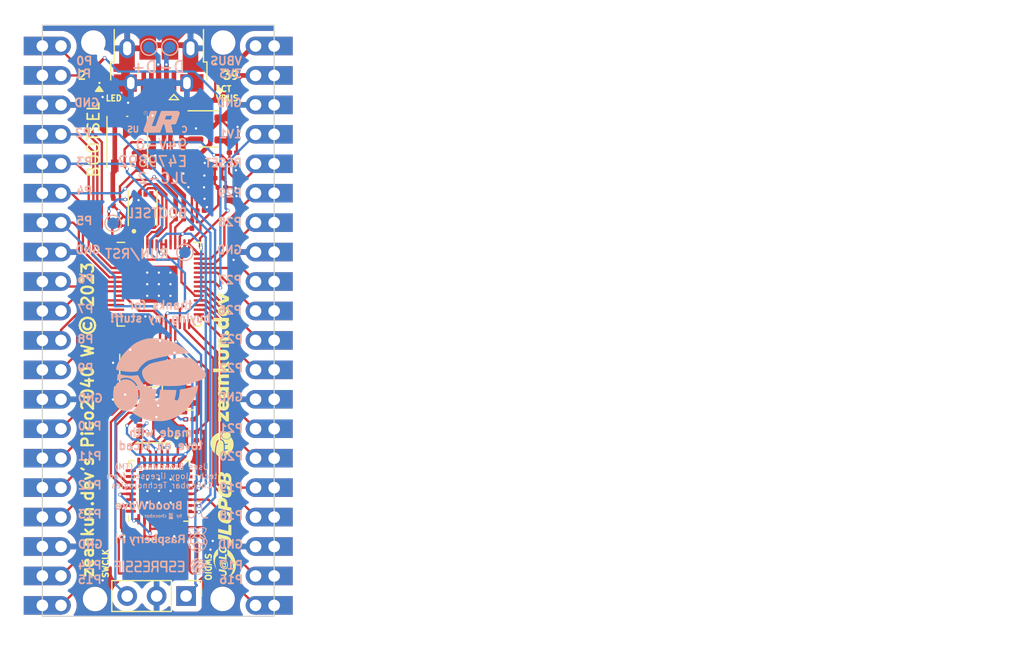
<source format=kicad_pcb>
(kicad_pcb (version 20221018) (generator pcbnew)
  (layers (0 "F.Cu" signal) (31 "B.Cu" signal) (34 "B.Paste" user) (35 "F.Paste" user) (36 "B.SilkS" user "B.Silkscreen") (37 "F.SilkS" user "F.Silkscreen") (38 "B.Mask" user) (39 "F.Mask" user) (44 "Edge.Cuts" user))
  (net 0 "")
  (net 1 "/ESP_ANT")
  (net 2 "+1V1")
  (net 3 "GND")
  (net 4 "+3.3V")
  (net 5 "VBUS")
  (net 6 "/CLKOUT")
  (net 7 "/CLKIN")
  (net 8 "/ESP_CLKOUT")
  (net 9 "/ESP_CLKIN")
  (net 10 "/USER_LED")
  (net 11 "/DM")
  (net 12 "/DP")
  (net 14 "/P0")
  (net 15 "/P1")
  (net 16 "/P2")
  (net 17 "/P3")
  (net 18 "/P4")
  (net 19 "/P5")
  (net 20 "/P6")
  (net 21 "/P7")
  (net 22 "/P8")
  (net 23 "/P9")
  (net 24 "/P10")
  (net 25 "/P11")
  (net 26 "/P12")
  (net 27 "/P13")
  (net 28 "/P14")
  (net 29 "/P15")
  (net 30 "/RESET")
  (net 31 "/P29")
  (net 32 "/P28")
  (net 33 "/P27")
  (net 34 "/P26")
  (net 35 "/P23")
  (net 36 "/P22")
  (net 37 "/P21")
  (net 38 "/P20")
  (net 39 "/P19")
  (net 40 "/P18")
  (net 41 "/P17")
  (net 42 "/P16")
  (net 43 "/SWDIO")
  (net 44 "/SWCLK")
  (net 45 "Net-(U1-USB_DP)")
  (net 46 "Net-(U1-USB_DM)")
  (net 47 "Net-(U2-SENSE{slash}ADJ)")
  (net 48 "/FLASH_SS")
  (net 49 "Net-(R6-Pad1)")
  (net 50 "Net-(U4-RES12K)")
  (net 52 "/FLASH_SD3")
  (net 53 "/FLASH_CLOCK")
  (net 54 "/FLASH_SD0")
  (net 55 "/FLASH_SD2")
  (net 56 "/FLASH_SD1")
  (net 63 "/ESPFLASH_D2")
  (net 64 "/ESPFLASH_D3")
  (net 65 "/ESPFLASH_SS")
  (net 66 "/ESPFLASH_CLOCK")
  (net 67 "/ESPFLASH_D0")
  (net 68 "/ESPFLASH_D1")
  (footprint "LED_SMD:LED_0201_0603Metric" (layer "F.Cu") (at 114.915 54.19 -90)
    (fp_text reference "D1" hide)
    (fp_text value "LED")
  )
  (footprint "Capacitor_SMD:C_0201_0603Metric" (layer "F.Cu") (at 113.655 65)
    (fp_text reference "C9" hide)
    (fp_text value "100nF")
  )
  (footprint "Connector_USB:USB_Micro-B_Amphenol_10103594-0001LF_Horizontal" (layer "F.Cu") (at 110.025 53.115 180)
    (fp_text reference "J1" hide)
    (fp_text value "USB_B_Micro")
  )
  (footprint "Capacitor_SMD:C_0201_0603Metric" (layer "F.Cu") (at 116.8 58.5 -90)
    (fp_text reference "C13" hide)
    (fp_text value "2.2uF")
  )
  (footprint "Capacitor_SMD:C_0201_0603Metric" (layer "F.Cu") (at 113.655 66)
    (fp_text reference "C10" hide)
    (fp_text value "100nF")
  )
  (footprint "Capacitor_SMD:C_0201_0603Metric" (layer "F.Cu") (at 110.195 94.15)
    (fp_text reference "C18" hide)
    (fp_text value "3pF")
  )
  (footprint "LOGO" (layer "F.Cu") (at 115.75 93 90)
    (fp_text reference "G***" hide)
    (fp_text value "LOGO" hide)
  )
  (footprint "GD25Q16CEIGR:PSON50P200X300X50-9N" (layer "F.Cu") (at 108.65 65.78 90)
    (fp_text reference "U3" hide)
    (fp_text value "GD25Q16CEIGR")
  )
  (footprint "Package_DFN_QFN:QFN-32-1EP_5x5mm_P0.5mm_EP3.45x3.45mm" (layer "F.Cu") (at 110.0625 90.1875 90)
    (fp_text reference "U4" hide)
    (fp_text value "ESP8266EX")
  )
  (footprint "Chocobar-BroadWave:BroadWave_029mm" (layer "F.Cu") (at 110.12 95.96)
    (fp_text reference "AE1" hide)
    (fp_text value "Antenna_Chip")
  )
  (footprint "Crystal:Crystal_SMD_2016-4Pin_2.0x1.6mm" (layer "F.Cu") (at 111.7 82.05)
    (fp_text reference "Y2" hide)
    (fp_text value "26MHz")
  )
  (footprint "Resistor_SMD:R_0201_0603Metric" (layer "F.Cu") (at 112.2 66.4 -90)
    (fp_text reference "R2" hide)
    (fp_text value "200")
  )
  (footprint "Resistor_SMD:R_0201_0603Metric" (layer "F.Cu") (at 116.455 61)
    (fp_text reference "R3" hide)
    (fp_text value "12")
  )
  (footprint "Capacitor_SMD:C_0201_0603Metric" (layer "F.Cu") (at 112.155 61.845 -90)
    (fp_text reference "C12" hide)
    (fp_text value "2.2uF")
  )
  (footprint "Capacitor_SMD:C_0201_0603Metric" (layer "F.Cu") (at 113.615 85.82)
    (fp_text reference "C3" hide)
    (fp_text value "1uF")
  )
  (footprint "Resistor_SMD:R_0201_0603Metric" (layer "F.Cu") (at 107.33 93.58 180)
    (fp_text reference "R7" hide)
    (fp_text value "12k")
  )
  (footprint "Crystal:Crystal_SMD_2520-4Pin_2.5x2.0mm" (layer "F.Cu") (at 108.325 79.8)
    (fp_text reference "Y1" hide)
    (fp_text value "12MHz")
  )
  (footprint "Capacitor_SMD:C_0201_0603Metric" (layer "F.Cu") (at 112.655 80.05)
    (fp_text reference "C16" hide)
    (fp_text value "6.8pF")
  )
  (footprint "Resistor_SMD:R_0201_0603Metric" (layer "F.Cu") (at 116.7 62.3 -90)
    (fp_text reference "R4" hide)
    (fp_text value "12")
  )
  (footprint "Capacitor_SMD:C_0201_0603Metric" (layer "F.Cu") (at 112.9 67.205 90)
    (fp_text reference "C1" hide)
    (fp_text value "100nF")
  )
  (footprint "MountingHole:MountingHole_2.1mm" (layer "F.Cu") (at 104.55 99.51)
    (fp_text reference "REF**" hide)
    (fp_text value "MountingHole_2.1mm")
  )
  (footprint "Resistor_SMD:R_0201_0603Metric" (layer "F.Cu") (at 111.5 66.38 -90)
    (fp_text reference "R1" hide)
    (fp_text value "200")
  )
  (footprint "Capacitor_SMD:C_0201_0603Metric" (layer "F.Cu") (at 113.655 63)
    (fp_text reference "C7" hide)
    (fp_text value "100nF")
  )
  (footprint "MountingHole:MountingHole_2.1mm" (layer "F.Cu") (at 104.4 51.5)
    (fp_text reference "REF**" hide)
    (fp_text value "MountingHole_2.1mm")
  )
  (footprint "Capacitor_SMD:C_0201_0603Metric" (layer "F.Cu") (at 115.5 64)
    (fp_text reference "C11" hide)
    (fp_text value "100nF")
  )
  (footprint "LED_SMD:LED_0201_0603Metric" (layer "F.Cu") (at 104.93 54.125 90)
    (fp_text reference "D2" hide)
    (fp_text value "LED")
  )
  (footprint "Capacitor_SMD:C_0201_0603Metric" (layer "F.Cu") (at 113.62 85.1)
    (fp_text reference "C2" hide)
    (fp_text value "100nF")
  )
  (footprint "Resistor_SMD:R_0201_0603Metric" (layer "F.Cu") (at 106.13 65.255 -90)
    (fp_text reference "R6" hide)
    (fp_text value "1K")
  )
  (footprint "Capacitor_SMD:C_0201_0603Metric" (layer "F.Cu") (at 112.69 84.01)
    (fp_text reference "C17" hide)
    (fp_text value "6.8pF")
  )
  (footprint "Capacitor_SMD:C_0201_0603Metric" (layer "F.Cu") (at 113.655 64)
    (fp_text reference "C8" hide)
    (fp_text value "100nF")
  )
  (footprint "SMD-TH-Connector:PinHeader_1x20_2H_P2.54mm_Vertical" (layer "F.Cu") (at 101.61 51.8)
    (fp_text reference "J2" hide)
    (fp_text value "Conn_01x20")
  )
  (footprint "MountingHole:MountingHole_2.1mm" (layer "F.Cu") (at 115.6 51.5)
    (fp_text reference "REF**" hide)
    (fp_text value "MountingHole_2.1mm")
  )
  (footprint "Package_TO_SOT_SMD:TSOT-23-5" (layer "F.Cu") (at 114.3625 58.95)
    (fp_text reference "U2" hide)
    (fp_text value "ADP7142AUJZ-3.3")
  )
  (footprint "Capacitor_SMD:C_0201_0603Metric" (layer "F.Cu") (at 115.2 63.2)
    (fp_text reference "C5" hide)
    (fp_text value "100nF")
  )
  (footprint "Capacitor_SMD:C_0201_0603Metric" (layer "F.Cu") (at 113.655 61.9)
    (fp_text reference "C6" hide)
    (fp_text value "100nF")
  )
  (footprint "MountingHole:MountingHole_2.1mm" (layer "F.Cu") (at 115.55 99.5)
    (fp_text reference "REF**" hide)
    (fp_text value "MountingHole_2.1mm")
  )
  (footprint "Capacitor_SMD:C_0201_0603Metric" (layer "F.Cu") (at 110.755 79.65 -90)
    (fp_text reference "C14" hide)
    (fp_text value "15pF")
  )
  (footprint "Capacitor_SMD:C_0201_0603Metric" (layer "F.Cu") (at 115.2 62.35)
    (fp_text reference "C4" hide)
    (fp_text value "1uF")
  )
  (footprint "LOGO" (layer "F.Cu") (at 115.5 80.21 90)
    (fp_text reference "G***" hide)
    (fp_text value "LOGO" hide)
  )
  (footprint "Resistor_SMD:R_0201_0603Metric" (layer "F.Cu") (at 106.355 67.3)
    (fp_text reference "R5" hide)
    (fp_text value "NO-FIT")
  )
  (footprint "GD25Q16CEIGR:PSON50P200X300X50-9N" (layer "F.Cu") (at 109.58 84.8 180)
    (fp_text reference "U5" hide)
    (fp_text value "GD25Q16CEIGR")
  )
  (footprint "Connector_PinHeader_2.54mm:PinHeader_1x03_P2.54mm_Vertical" (layer "F.Cu") (at 112.4 99.25 -90)
    (fp_text reference "J4" hide)
    (fp_text value "Conn_01x03")
  )
  (footprint "Capacitor_SMD:C_0201_0603Metric" (layer "F.Cu") (at 106.15 81.17 -90)
    (fp_text reference "C15" hide)
    (fp_text value "15pF")
  )
  (footprint "Button_Switch_SMD:SW_Push_1P1T_NO_Vertical_Wuerth_434133025816" (layer "F.Cu") (at 107.325 60.075 -90)
    (fp_text reference "SW1" hide)
    (fp_text value "SW_Push")
  )
  (footprint "Package_DFN_QFN:QFN-56-1EP_7x7mm_P0.4mm_EP3.2x3.2mm" (layer "F.Cu") (at 110.0625 72.35)
    (fp_text reference "U1" hide)
    (fp_text value "RP2040")
  )
  (footprint "TestPoint:TestPoint_Pad_D1.0mm" (layer "B.Cu") (at 106.1 67.1 180)
    (fp_text reference "TP4" hide)
    (fp_text value "FLASH_SS")
  )
  (footprint "TestPoint:TestPoint_Pad_D1.0mm" (layer "B.Cu") (at 111 51.9 -90)
    (fp_text reference "TP2" hide)
    (fp_text value "USB_DM")
  )
  (footprint "LOGO" (layer "B.Cu") (at 110.3 91.8 180)
    (fp_text reference "G***" hide)
    (fp_text value "LOGO" hide)
  )
  (footprint "TestPoint:TestPoint_Pad_D1.0mm" (layer "B.Cu") (at 112.3 69.6 180)
    (fp_text reference "TP3" hide)
    (fp_text value "RESET")
  )
  (footprint "LOGO" (layer "B.Cu") (at 110.29 58.34 180)
    (fp_text reference "G***" hide)
    (fp_text value "LOGO" hide)
  )
  (footprint "LOGO" (layer "B.Cu") (at 110.3 94.4 180)
    (fp_text reference "G***" hide)
    (fp_text value "LOGO" hide)
  )
  (footprint "SMD-TH-Connector:PinHeader_1x20_2H_P2.54mm_Vertical" (layer "B.Cu") (at 118.39 51.8 180)
    (fp_text reference "J3" hide)
    (fp_text value "Conn_01x20")
  )
  (footprint "TestPoint:TestPoint_Pad_D1.0mm" (layer "B.Cu") (at 109.2 51.9 -90)
    (fp_text reference "TP1" hide)
    (fp_text value "USB_DP")
  )
  (footprint "LOGO" (layer "B.Cu") (at 110.2 96.7 180)
    (fp_text reference "G***" hide)
    (fp_text value "LOGO" hide)
  )
  (footprint "LOGO" (layer "B.Cu") (at 110.1 80.59 180)
    (fp_text reference "G***" hide)
    (fp_text value "LOGO" hide)
  )
  (gr_poly (pts (xy 104.9 55.3) (xy 104.6 55.7) (xy 105.2 55.7)) (stroke (width 0.15)) (fill solid) (layer "F.SilkS"))
  (gr_poly (pts (xy 110 83.25) (xy 109.5 83.25) (xy 109.5 82.75)) (stroke (width 0.15)) (fill solid) (layer "F.SilkS"))
  (gr_poly (pts (xy 106.75 81.75) (xy 106.25 81.75) (xy 106.25 81.25)) (stroke (width 0.15)) (fill solid) (layer "F.SilkS"))
  (gr_rect (start 100 50) (end 120 101) (stroke (width 0.1)) (fill none) (layer "Edge.Cuts"))
  (gr_text "thanks for\nbuying my stuff!" (at 110.2 75.69) (layer "B.SilkS") (effects (font (size 0.7 0.7) (thickness 0.16) bold) (justify bottom mirror)))
  (gr_text "P14" (at 105.2 97) (layer "B.SilkS") (effects (font (size 0.7 0.7)) (justify left bottom mirror)))
  (gr_text "GND" (at 105.1 69.8) (layer "B.SilkS") (effects (font (size 0.7 0.7)) (justify left bottom mirror)))
  (gr_text "P17" (at 117.4 97) (layer "B.SilkS") (effects (font (size 0.7 0.7)) (justify left bottom mirror)))
  (gr_text "3V3" (at 117.3 54.6) (layer "B.SilkS") (effects (font (size 0.7 0.7)) (justify left bottom mirror)))
  (gr_text "C" (at 112.6 59.3) (layer "B.SilkS") (effects (font (size 0.5 0.5) (thickness 0.125)) (justify left bottom mirror)))
  (gr_text "P19" (at 117.4 90.3) (layer "B.SilkS") (effects (font (size 0.7 0.7)) (justify left bottom mirror)))
  (gr_text "GND" (at 117.4 95.2) (layer "B.SilkS") (effects (font (size 0.7 0.7)) (justify left bottom mirror)))
  (gr_text "P18" (at 117.4 92.7) (layer "B.SilkS") (effects (font (size 0.7 0.7)) (justify left bottom mirror)))
  (gr_text "P2" (at 104.3 59.7) (layer "B.SilkS") (effects (font (size 0.7 0.7)) (justify left bottom mirror)))
  (gr_text "Uses BroadWave (TM)\ntechnology licensed from\nChocobar Technologies" (at 110.3 90) (layer "B.SilkS") (effects (font (size 0.5 0.5) (thickness 0.075)) (justify bottom mirror)))
  (gr_text "GND" (at 105.3 82.6) (layer "B.SilkS") (effects (font (size 0.7 0.7)) (justify left bottom mirror)))
  (gr_text "P27" (at 117.3 72.4) (layer "B.SilkS") (effects (font (size 0.7 0.7)) (justify left bottom mirror)))
  (gr_text "P20" (at 117.4 87.6) (layer "B.SilkS") (effects (font (size 0.7 0.7)) (justify left bottom mirror)))
  (gr_text "GND" (at 105 57.1) (layer "B.SilkS") (effects (font (size 0.7 0.7)) (justify left bottom mirror)))
  (gr_text "P28" (at 117.3 67.4) (layer "B.SilkS") (effects (font (size 0.7 0.7)) (justify left bottom mirror)))
  (gr_text "made with\nlove on kicad" (at 110.2 86.69) (layer "B.SilkS") (effects (font (size 0.7 0.7) (thickness 0.16) bold) (justify bottom mirror)))
  (gr_text "P12" (at 105.2 90.1) (layer "B.SilkS") (effects (font (size 0.7 0.7)) (justify left bottom mirror)))
  (gr_text "P3" (at 104.4 62.2) (layer "B.SilkS") (effects (font (size 0.7 0.7)) (justify left bottom mirror)))
  (gr_text "P23" (at 117.4 77.5) (layer "B.SilkS") (effects (font (size 0.7 0.7)) (justify left bottom mirror)))
  (gr_text "US" (at 108.41 59.29) (layer "B.SilkS") (effects (font (size 0.5 0.5) (thickness 0.125)) (justify left bottom mirror)))
  (gr_text "GND" (at 105.3 95.2) (layer "B.SilkS") (effects (font (size 0.7 0.7)) (justify left bottom mirror)))
  (gr_text "P21" (at 117.4 85.2) (layer "B.SilkS") (effects (font (size 0.7 0.7)) (justify left bottom mirror)))
  (gr_text "P9" (at 104.5 80) (layer "B.SilkS") (effects (font (size 0.7 0.7)) (justify left bottom mirror)))
  (gr_text "P0" (at 104.4 53.5) (layer "B.SilkS") (effects (font (size 0.7 0.7)) (justify left bottom mirror)))
  (gr_text "GND" (at 117.3 57.1) (layer "B.SilkS") (effects (font (size 0.7 0.7)) (justify left bottom mirror)))
  (gr_text "1V1" (at 117.3 59.8) (layer "B.SilkS") (effects (font (size 0.7 0.7)) (justify left bottom mirror)))
  (gr_text "P1" (at 104.3 54.6) (layer "B.SilkS") (effects (font (size 0.7 0.7)) (justify left bottom mirror)))
  (gr_text "P26" (at 117.3 75) (layer "B.SilkS") (effects (font (size 0.7 0.7)) (justify left bottom mirror)))
  (gr_text "D+\n" (at 110 54.2) (layer "B.SilkS") (effects (font (size 1 1)) (justify left bottom mirror)))
  (gr_text "GND" (at 117.3 69.8) (layer "B.SilkS") (effects (font (size 0.7 0.7)) (justify left bottom mirror)))
  (gr_text "P29" (at 117.3 64.9) (layer "B.SilkS") (effects (font (size 0.7 0.7)) (justify left bottom mirror)))
  (gr_text "P4" (at 104.4 64.7) (layer "B.SilkS") (effects (font (size 0.7 0.7)) (justify left bottom mirror)))
  (gr_text "D-" (at 112.4 54.2) (layer "B.SilkS") (effects (font (size 1 1)) (justify left bottom mirror)))
  (gr_text "GND" (at 117.4 82.5) (layer "B.SilkS") (effects (font (size 0.7 0.7)) (justify left bottom mirror)))
  (gr_text "RUN/RST" (at 111 70.2) (layer "B.SilkS") (effects (font (size 0.8 0.8)) (justify left bottom mirror)))
  (gr_text "RESET" (at 117.3 62.3) (layer "B.SilkS") (effects (font (size 0.7 0.7)) (justify left bottom mirror)))
  (gr_text "94V-0\nE479892\nJLC-2" (at 112.59 63.74) (layer "B.SilkS") (effects (font (size 0.9 0.9)) (justify left bottom mirror)))
  (gr_text "BOOTSEL" (at 112.6 66.7) (layer "B.SilkS") (effects (font (size 0.8 0.8)) (justify left bottom mirror)))
  (gr_text "P22" (at 117.4 80) (layer "B.SilkS") (effects (font (size 0.7 0.7)) (justify left bottom mirror)))
  (gr_text "P5" (at 104.4 67.3) (layer "B.SilkS") (effects (font (size 0.7 0.7)) (justify left bottom mirror)))
  (gr_text "P10" (at 105.2 85) (layer "B.SilkS") (effects (font (size 0.7 0.7)) (justify left bottom mirror)))
  (gr_text "P8" (at 104.5 77.5) (layer "B.SilkS") (effects (font (size 0.7 0.7)) (justify left bottom mirror)))
  (gr_text "VBUS" (at 117.3 53.5) (layer "B.SilkS") (effects (font (size 0.7 0.7)) (justify left bottom mirror)))
  (gr_text "P6" (at 104.5 72.3) (layer "B.SilkS") (effects (font (size 0.7 0.7)) (justify left bottom mirror)))
  (gr_text "P15" (at 105.2 98.25) (layer "B.SilkS") (effects (font (size 0.7 0.7)) (justify left bottom mirror)))
  (gr_text "P7" (at 104.5 74.9) (layer "B.SilkS") (effects (font (size 0.7 0.7)) (justify left bottom mirror)))
  (gr_text "P16" (at 117.4 98.25) (layer "B.SilkS") (effects (font (size 0.7 0.7)) (justify left bottom mirror)))
  (gr_text "P11" (at 105.2 87.6) (layer "B.SilkS") (effects (font (size 0.7 0.7)) (justify left bottom mirror)))
  (gr_text "P13" (at 105.2 92.6) (layer "B.SilkS") (effects (font (size 0.7 0.7)) (justify left bottom mirror)))
  (gr_text "LED" (at 105.4 56.6) (layer "F.SilkS") (effects (font (size 0.5 0.5) (thickness 0.125)) (justify left bottom)))
  (gr_text "39" (at 115.5 54.75) (layer "F.SilkS") (effects (font (size 0.7 0.7)) (justify left bottom)))
  (gr_text "SWCLK" (at 105.75 97.75 90) (layer "F.SilkS") (effects (font (size 0.5 0.5) (thickness 0.125)) (justify left bottom)))
  (gr_text "ACT\nVBUS" (at 114.9 56.6) (layer "F.SilkS") (effects (font (size 0.5 0.5) (thickness 0.125)) (justify left bottom)))
  (gr_text "SWDIO" (at 114 95.5 270) (layer "F.SilkS") (effects (font (size 0.5 0.5) (thickness 0.125)) (justify left bottom)))
  (gr_text "zeankun.dev's Pico2040 W © 2023" (at 104.5 97.75 90) (layer "F.SilkS") (effects (font (size 1 1) (thickness 0.2) bold) (justify left bottom)))
  (gr_text "2" (at 103 54.75) (layer "F.SilkS") (effects (font (size 0.7 0.7)) (justify left bottom)))
  (gr_text "BOOTSEL" (at 105 63.25 90) (layer "F.SilkS") (effects (font (size 1 1)) (justify left bottom)))
  (segment (start 108.98 94.15) (end 109.875 94.15) (width 0.2) (layer "F.Cu") (net 1))
  (segment (start 107.31 94.44) (end 107.31 94.8) (width 0.2) (layer "F.Cu") (net 1))
  (segment (start 108.98 94.15) (end 107.6 94.15) (width 0.2) (layer "F.Cu") (net 1))
  (segment (start 107.6 94.15) (end 107.31 94.44) (width 0.2) (layer "F.Cu") (net 1))
  (segment (start 108.8125 92.625) (end 108.8125 93.9825) (width 0.2) (layer "F.Cu") (net 1))
  (segment (start 108.8125 93.9825) (end 108.98 94.15) (width 0.2) (layer "F.Cu") (net 1))
  (segment (start 113.6 69.1) (end 113.6 68.4) (width 0.2) (layer "F.Cu") (net 2))
  (segment (start 111.199975 79.05) (end 110.6625 78.512525) (width 0.2) (layer "F.Cu") (net 2))
  (segment (start 114.3 79.79) (end 113.56 79.05) (width 0.2) (layer "F.Cu") (net 2))
  (segment (start 111.8625 68.9125) (end 111.8625 68.2375) (width 0.2) (layer "F.Cu") (net 2))
  (segment (start 113.7 69.2) (end 113.6 69.1) (width 0.2) (layer "F.Cu") (net 2))
  (segment (start 113.56 79.05) (end 111.199975 79.05) (width 0.2) (layer "F.Cu") (net 2))
  (segment (start 113.6 68.4) (end 116 66) (width 0.2) (layer "F.Cu") (net 2))
  (segment (start 112.575 67.525) (end 112.1 68) (width 0.2) (layer "F.Cu") (net 2))
  (segment (start 114.3 84.1) (end 114.3 79.79) (width 0.2) (layer "F.Cu") (net 2))
  (segment (start 111.8625 68.2375) (end 112.1 68) (width 0.2) (layer "F.Cu") (net 2))
  (segment (start 110.6625 75.7875) (end 110.6625 74.9875) (width 0.2) (layer "F.Cu") (net 2))
  (segment (start 113.3 85.1) (end 114.3 84.1) (width 0.2) (layer "F.Cu") (net 2))
  (segment (start 112.9 67.525) (end 112.575 67.525) (width 0.2) (layer "F.Cu") (net 2))
  (segment (start 110.6625 78.512525) (end 110.6625 75.7875) (width 0.2) (layer "F.Cu") (net 2))
  (segment (start 113.295 85.105) (end 113.3 85.1) (width 0.2) (layer "F.Cu") (net 2))
  (segment (start 110.6625 74.9875) (end 110.8 74.85) (width 0.2) (layer "F.Cu") (net 2))
  (segment (start 113.295 85.82) (end 113.295 85.105) (width 0.2) (layer "F.Cu") (net 2))
  (segment (start 110.24 69.73) (end 109.8625 69.3525) (width 0.2) (layer "F.Cu") (net 2))
  (segment (start 109.8625 69.3525) (end 109.8625 68.9125) (width 0.2) (layer "F.Cu") (net 2))
  (via (at 112.1 68) (size 0.3) (drill 0.2) (layers "F.Cu" "B.Cu") (net 2))
  (via (at 116 66) (size 0.3) (drill 0.2) (layers "F.Cu" "B.Cu") (net 2))
  (via (at 110.8 74.85) (size 0.3) (drill 0.2) (layers "F.Cu" "B.Cu") (net 2))
  (via (at 113.7 69.2) (size 0.3) (drill 0.2) (layers "F.Cu" "B.Cu") (net 2))
  (via (at 110.24 69.73) (size 0.3) (drill 0.2) (layers "F.Cu" "B.Cu") (net 2))
  (segment (start 109.95 69.44) (end 109.95 68.76) (width 0.2) (layer "B.Cu") (net 2))
  (segment (start 110.71 68) (end 112.1 68) (width 0.2) (layer "B.Cu") (net 2))
  (segment (start 109.95 68.76) (end 110.71 68) (width 0.2) (layer "B.Cu") (net 2))
  (segment (start 115.8 62.01) (end 115.8 65.8) (width 0.2) (layer "B.Cu") (net 2))
  (segment (start 113.7 69.5) (end 113.7 68.9) (width 0.2) (layer "B.Cu") (net 2))
  (segment (start 113.7 73.55) (end 113.7 69.5) (width 0.2) (layer "B.Cu") (net 2))
  (segment (start 113.7 68.9) (end 112.8 68) (width 0.2) (layer "B.Cu") (net 2))
  (segment (start 112.8 68) (end 112.1 68) (width 0.2) (layer "B.Cu") (net 2))
  (segment (start 115.8 65.8) (end 116 66) (width 0.2) (layer "B.Cu") (net 2))
  (segment (start 113.7 69.2) (end 113.7 69.5) (width 0.2) (layer "B.Cu") (net 2))
  (segment (start 110.8 74.85) (end 112.4 74.85) (width 0.2) (layer "B.Cu") (net 2))
  (segment (start 112.4 74.85) (end 113.7 73.55) (width 0.2) (layer "B.Cu") (net 2))
  (segment (start 110.24 69.73) (end 109.95 69.44) (width 0.2) (layer "B.Cu") (net 2))
  (segment (start 118.39 59.42) (end 115.8 62.01) (width 0.2) (layer "B.Cu") (net 2))
  (segment (start 112.9 64.28) (end 112.6 63.98) (width 0.2) (layer "F.Cu") (net 3))
  (segment (start 115.52 62.35) (end 115.07 61.9) (width 0.2) (layer "F.Cu") (net 3))
  (segment (start 106.75 94.15) (end 106.595 94.305) (width 0.2) (layer "F.Cu") (net 3))
  (segment (start 108.75 56.55) (end 108.7 56.6) (width 0.5) (layer "F.Cu") (net 3))
  (segment (start 111.38 94.09) (end 110.575 94.09) (width 0.25) (layer "F.Cu") (net 3))
  (segment (start 113.94 85.815) (end 113.935 85.82) (width 0.2) (layer "F.Cu") (net 3))
  (segment (start 113.94 85.1) (end 113.94 85.815) (width 0.2) (layer "F.Cu") (net 3))
  (segment (start 112.9 66.885) (end 112.9 64.28) (width 0.2) (layer "F.Cu") (net 3))
  (segment (start 109.58 84.07) (end 109.84 83.81) (width 0.2) (layer "F.Cu") (net 3))
  (segment (start 108.89 75.13) (end 109.0625 75.3025) (width 0.2) (layer "F.Cu") (net 3))
  (segment (start 107.247947 65.78) (end 106.696 65.228053) (width 0.2) (layer "F.Cu") (net 3))
  (segment (start 112.28 50.46) (end 114.46 50.46) (width 0.5) (layer "F.Cu") (net 3))
  (segment (start 108.65 65.45) (end 108.65 65.78) (width 0.2) (layer "F.Cu") (net 3))
  (segment (start 107.2 81.82) (end 107.14 81.88) (width 0.4) (layer "F.Cu") (net 3))
  (segment (start 110.755 81.255) (end 111 81.5) (width 0.2) (layer "F.Cu") (net 3))
  (segment (start 114.2 65.775) (end 113.975 66) (width 0.4) (layer "F.Cu") (net 3))
  (segment (start 111.18 84.05) (end 110.8 84.05) (width 0.2) (layer "F.Cu") (net 3))
  (segment (start 109.84 81.9) (end 110.24 81.5) (width 0.2) (layer "F.Cu") (net 3))
  (segment (start 108.4 62.2) (end 108.4 62.15) (width 0.2) (layer "F.Cu") (net 3))
  (segment (start 106.696 63.904) (end 108.4 62.2) (width 0.2) (layer "F.Cu") (net 3))
  (segment (start 111.68 84.55) (end 112.13 84.55) (width 0.2) (layer "F.Cu") (net 3))
  (segment (start 111.811447 83.48) (end 111.241447 84.05) (width 0.2) (layer "F.Cu") (net 3))
  (segment (start 112.4 82.6) (end 113.41 82.6) (width 0.2) (layer "F.Cu") (net 3))
  (segment (start 114.915 53.87) (end 114.37 53.87) (width 0.25) (layer "F.Cu") (net 3))
  (segment (start 116.63 64) (end 116.67 64.04) (width 0.2) (layer "F.Cu") (net 3))
  (segment (start 109.05 81.82) (end 107.2 81.82) (width 0.4) (layer "F.Cu") (net 3))
  (segment (start 111.68 84.55) (end 111.18 84.05) (width 0.2) (layer "F.Cu") (net 3))
  (segment (start 107.08 94.15) (end 107.65 93.58) (width 0.25) (layer "F.Cu") (net 3))
  (segment (start 113.54 83.48) (end 113.01 84.01) (width 0.2) (layer "F.Cu") (net 3))
  (segment (start 105.98 50.35) (end 105.91 50.42) (width 0.5) (layer "F.Cu") (net 3))
  (segment (start 108.82 52) (end 109.09 51.73) (width 0.5) (layer "F.Cu") (net 3))
  (segment (start 105.2 55.38) (end 105.13 55.45) (width 0.25) (layer "F.Cu") (net 3))
  (segment (start 109.09 50.9) (end 108.54 50.35) (width 0.5) (layer "F.Cu") (net 3))
  (segment (start 111.01 51.73) (end 112.51 51.73) (width 0.5) (layer "F.Cu") (net 3))
  (segment (start 113.975 64.995) (end 113.99 64.98) (width 0.4) (layer "F.Cu") (net 3))
  (segment (start 107.07 94.15) (end 107.08 94.15) (width 0.25) (layer "F.Cu") (net 3))
  (segment (start 114.2 65.7) (end 114.2 65.775) (width 0.4) (layer "F.Cu") (net 3))
  (segment (start 109.58 84.8) (end 109.58 84.07) (width 0.2) (layer "F.Cu") (net 3))
  (segment (start 112.71 86.41) (end 112.43 86.13) (width 0.2) (layer "F.Cu") (net 3))
  (segment (start 110.755 79.97) (end 110.755 81.255) (width 0.2) (layer "F.Cu") (net 3))
  (segment (start 109.09 51.73) (end 109.09 50.9) (width 0.5) (layer "F.Cu") (net 3))
  (segment (start 109.4 66.53) (end 108.65 65.78) (width 0.2) (layer "F.Cu") (net 3))
  (segment (start 115.82 64) (end 115.82 63.5) (width 0.2) (layer "F.Cu") (net 3))
  (segment (start 115.52 63.2) (end 115.52 62.35) (width 0.2) (layer "F.Cu") (net 3))
  (segment (start 112.4 83.48) (end 111.811447 83.48) (width 0.2) (layer "F.Cu") (net 3))
  (segment (start 111.01 51.73) (end 112.28 50.46) (width 0.5) (layer "F.Cu") (net 3))
  (segment (start 113.975 66) (end 113.975 64.995) (width 0.4) (layer "F.Cu") (net 3))
  (segment (start 112.41 84.83) (end 112.41 85.37) (width 0.2) (layer "F.Cu") (net 3))
  (segment (start 108.54 50.35) (end 105.98 50.35) (width 0.5) (layer "F.Cu") (net 3))
  (segment (start 113.7 86.41) (end 112.71 86.41) (width 0.2) (layer "F.Cu") (net 3))
  (segment (start 111.241447 84.05) (end 110.8 84.05) (width 0.2) (layer "F.Cu") (net 3))
  (segment (start 112.4 82.6) (end 112.4 83.48) (width 0.2) (layer "F.Cu") (net 3))
  (segment (start 110.575 94.09) (end 110.515 94.15) (width 0.25) (layer "F.Cu") (net 3))
  (segment (start 110.33 84.05) (end 109.58 84.8) (width 0.2) (layer "F.Cu") (net 3))
  (segment (start 108.98 80.5) (end 109.2 80.5) (width 0.25) (layer "F.Cu") (net 3))
  (segment (start 113.975 64) (end 113.975 63) (width 0.4) (layer "F.Cu") (net 3))
  (segment (start 106.595 94.305) (end 106.595 94.6375) (width 0.2) (layer "F.Cu") (net 3))
  (segment (start 112.51 51.73) (end 112.78 52) (width 0.5) (layer "F.Cu") (net 3))
  (segment (start 112.13 84.55) (end 112.41 84.83) (width 0.2) (layer "F.Cu") (net 3))
  (segment (start 115.07 61.9) (end 113.975 61.9) (width 0.2) (layer "F.Cu") (net 3))
  (segment (start 115.82 64) (end 116.63 64) (width 0.2) (layer "F.Cu") (net 3))
  (segment (start 108.3 65.1) (end 108.65 65.45) (width 0.2) (layer "F.Cu") (net 3))
  (segment (start 114.46 50.46) (end 114.56 50.36) (width 0.5) (layer "F.Cu") (net 3))
  (segment (start 106.696 65.228053) (end 106.696 63.904) (width 0.2) (layer "F.Cu") (net 3))
  (segment (start 108.65 65.78) (end 107.247947 65.78) (width 0.2) (layer "F.Cu") (net 3))
  (segment (start 104.93 54.445) (end 105.2 54.715) (width 0.25) (layer "F.Cu") (net 3))
  (segment (start 113.54 82.47) (end 113.54 80.615) (width 0.2) (layer "F.Cu") (net 3))
  (segment (start 109.73 79.97) (end 109.2 80.5) (width 0.2) (layer "F.Cu") (net 3))
  (segment (start 113.41 82.6) (end 113.54 82.47) (width 0.2) (layer "F.Cu") (net 3))
  (segment (start 109.0625 75.3025) (end 109.0625 75.7875) (width 0.2) (layer "F.Cu") (net 3))
  (segment (start 112.41 85.37) (end 112.42 85.38) (width 0.2) (layer "F.Cu") (net 3))
  (segment (start 109.4 67) (end 109.4 66.53) (width 0.2) (layer "F.Cu") (net 3))
  (segment (start 108.75 54.88) (end 108.75 56.55) (width 0.5) (layer "F.Cu") (net 3))
  (segment (start 105.2 54.715) (end 105.2 55.38) (width 0.25) (layer "F.Cu") (net 3))
  (segment (start 110.755 79.97) (end 109.73 79.97) (width 0.2) (layer "F.Cu") (net 3))
  (segment (start 107.32 52) (end 108.82 52) (width 0.5) (layer "F.Cu") (net 3))
  (segment (start 113.54 82.47) (end 113.54 83.48) (width 0.2) (layer "F.Cu") (net 3))
  (segment (start 110.8 84.05) (end 110.33 84.05) (width 0.2) (layer "F.Cu") (net 3))
  (segment (start 113.935 85.82) (end 113.935 86.175) (width 0.2) (layer "F.Cu") (net 3))
  (segment (start 113.975 65) (end 113.975 64) (width 0.4) (layer "F.Cu") (net 3))
  (segment (start 113.54 80.615) (end 112.975 80.05) (width 0.2) (layer "F.Cu") (net 3))
  (segment (start 113.935 86.175) (end 113.7 86.41) (width 0.2) (layer "F.Cu") (net 3))
  (segment (start 110.24 81.5) (end 111 81.5) (width 0.2) (layer "F.Cu") (net 3))
  (segment (start 107.07 94.15) (end 106.75 94.15) (width 0.2) (layer "F.Cu") (net 3))
  (segment (start 109.19 80.51) (end 109.19 81.68) (width 0.4) (layer "F.Cu") (net 3))
  (segment (start 109.19 81.68) (end 109.05 81.82) (width 0.4) (layer "F.Cu") (net 3))
  (segment (start 115.82 63.5) (end 115.52 63.2) (width 0.2) (layer "F.Cu") (net 3))
  (segment (start 109.2 80.5) (end 109.19 80.51) (width 0.4) (layer "F.Cu") (net 3))
  (via (at 107.58 78.01) (size 0.3) (drill 0.2) (layers "F.Cu" "B.Cu") (net 3))
  (via (at 107.14 81.88) (size 0.3) (drill 0.2) (layers "F.Cu" "B.Cu") (net 3))
  (via (at 109.5 57.8) (size 0.3) (drill 0.2) (layers "F.Cu" "B.Cu") (net 3))
  (via (at 111.05 71.35) (size 0.3) (drill 0.2) (layers "F.Cu" "B.Cu") (net 3))
  (via (at 111.0625 90.1875) (size 0.3) (drill 0.2) (layers "F.Cu" "B.Cu") (net 3))
  (via (at 106.1 79.13) (size 0.3) (drill 0.2) (layers "F.Cu" "B.Cu") (net 3))
  (via (at 116.84 58.78) (size 0.3) (drill 0.2) (layers "F.Cu" "B.Cu") (net 3))
  (via (at 109.0625 89.1875) (size 0.3) (drill 0.2) (layers "F.Cu" "B.Cu") (net 3))
  (via (at 116.75 64.75) (size 0.3) (drill 0.2) (layers "F.Cu" "B.Cu") (net 3))
  (via (at 111.0625 89.1875) (size 0.3) (drill 0.2) (layers "F.Cu" "B.Cu") (net 3))
  (via (at 111.05 72.35) (size 0.3) (drill 0.2) (layers "F.Cu" "B.Cu") (net 3))
  (via (at 114.7 94.5) (size 0.3) (drill 0.2) (layers "F.Cu" "B.Cu") (net 3))
  (via (at 107.4 56.7) (size 0.3) (drill 0.2) (layers "F.Cu" "B.Cu") (net 3))
  (via (at 112.6 63.98) (size 0.3) (drill 0.2) (layers "F.Cu" "B.Cu") (net 3))
  (via (at 105.2 97.9) (size 0.3) (drill 0.2) (layers "F.Cu" "B.Cu") (net 3))
  (via (at 109.05 73.35) (size 0.3) (drill 0.2) (layers "F.Cu" "B.Cu") (net 3))
  (via (at 109.75 61.25) (size 0.3) (drill 0.2) (layers "F.Cu" "B.Cu") (net 3))
  (via (at 116.5 70.25) (size 0.3) (drill 0.2) (layers "F.Cu" "B.Cu") (net 3))
  (via (at 114.2 65.7) (size 0.3) (drill 0.2) (layers "F.Cu" "B.Cu") (net 3))
  (via (at 113.99 64.98) (size 0.3) (drill 0.2) (layers "F.Cu" "B.Cu") (net 3))
  (via (at 110.05 73.35) (size 0.3) (drill 0.2) (layers "F.Cu" "B.Cu") (net 3))
  (via (at 111.05 73.35) (size 0.3) (drill 0.2) (layers "F.Cu" "B.Cu") (net 3))
  (via (at 116.7 62.52) (size 0.3) (drill 0.2) (layers "F.Cu" "B.Cu") (net 3))
  (via (at 109.84 81.9) (size 0.3) (drill 0.2) (layers "F.Cu" "B.Cu") (net 3))
  (via (at 109.0625 90.1875) (size 0.3) (drill 0.2) (layers "F.Cu" "B.Cu") (net 3))
  (via (at 105.2 56.2) (size 0.3) (drill 0.2) (layers "F.Cu" "B.Cu") (net 3))
  (via (at 108.3 65.1) (size 0.3) (drill 0.2) (layers "F.Cu" "B.Cu") (net 3))
  (via (at 110.0625 90.1875) (size 0.3) (drill 0.2) (layers "F.Cu" "B.Cu") (net 3))
  (via (at 109.05 72.35) (size 0.3) (drill 0.2) (layers "F.Cu" "B.Cu") (net 3))
  (via (at 109.0625 91.1875) (size 0.3) (drill 0.2) (layers "F.Cu" "B.Cu") (net 3))
  (via (at 110.0625 91.1875) (size 0.3) (drill 0.2) (layers "F.Cu" "B.Cu") (net 3))
  (via (at 109.84 83.81) (size 0.3) (drill 0.2) (layers "F.Cu" "B.Cu") (net 3))
  (via (at 107.07 94.15) (size 0.3) (drill 0.2) (layers "F.Cu" "B.Cu") (net 3))
  (via (at 114.5 95.25) (size 0.3) (drill 0.2) (layers "F.Cu" "B.Cu") (net 3))
  (via (at 113.98 62.98) (size 0.3) (drill 0.2) (layers "F.Cu" "B.Cu") (net 3))
  (via (at 112.17 62.8) (size 0.3) (drill 0.2) (layers "F.Cu" "B.Cu") (net 3))
  (via (at 111.38 94.09) (size 0.3) (drill 0.2) (layers "F.Cu" "B.Cu") (net 3))
  (via (at 106.08 82.3) (size 0.3) (drill 0.2) (layers "F.Cu" "B.Cu") (net 3))
  (via (at 109.05 71.35) (size 0.3) (drill 0.2) (layers "F.Cu" "B.Cu") (net 3))
  (via (at 113.95 63.99) (size 0.3) (drill 0.2) (layers "F.Cu" "B.Cu") (net 3))
  (via (at 110.05 71.35) (size 0.3) (drill 0.2) (layers "F.Cu" "B.Cu") (net 3))
  (via (at 110.05 72.35) (size 0.3) (drill 0.2) (layers "F.Cu" "B.Cu") (net 3))
  (via (at 114.01 61.89) (size 0.3) (drill 0.2) (layers "F.Cu" "B.Cu") (net 3))
  (via (at 113.26 58.91) (size 0.3) (drill 0.2) (layers "F.Cu" "B.Cu") (net 3))
  (via (at 111.0625 91.1875) (size 0.3) (drill 0.2) (layers "F.Cu" "B.Cu") (net 3))
  (via (at 108.89 75.13) (size 0.3) (drill 0.2) (layers "F.Cu" "B.Cu") (net 3))
  (via (at 116.67 64.04) (size 0.3) (drill 0.2) (layers "F.Cu" "B.Cu") (net 3))
  (via (at 110.0625 89.1875) (size 0.3) (drill 0.2) (layers "F.Cu" "B.Cu") (net 3))
  (segment (start 109.12 83.22) (end 109.71 83.81) (width 0.2) (layer "B.Cu") (net 3))
  (segment (start 109.84 81.9) (end 109.7 81.9) (width 0.2) (layer "B.Cu") (net 3))
  (segment (start 109.12 82.48) (end 109.12 83.22) (width 0.2) (layer "B.Cu") (net 3))
  (segment (start 109.71 83.81) (end 109.84 83.81) (width 0.2) (layer "B.Cu") (net 3))
  (segment (start 109.7 81.9) (end 109.12 82.48) (width 0.2) (layer "B.Cu") (net 3))
  (segment (start 110.6625 68.9125) (end 110.6625 69.7875) (width 0.2) (layer "F.Cu") (net 4))
  (segment (start 112.5 68.9125) (end 113.6425 67.77) (width 0.2) (layer "F.Cu") (net 4))
  (segment (start 114.88 62.35) (end 114.88 63.2) (width 0.2) (layer "F.Cu") (net 4))
  (segment (start 110.2625 76.5375) (end 110.2625 75.7875) (width 0.2) (layer "F.Cu") (net 4))
  (segment (start 109.8125 92.625) (end 109.3125 92.625) (width 0.2) (layer "F.Cu") (net 4))
  (segment (start 107.3125 73.6125) (end 107.3125 73.3125) (width 0.2) (layer "F.Cu") (net 4))
  (segment (start 107.625 90.4375) (end 106.7625 90.4375) (width 0.2) (layer "F.Cu") (net 4))
  (segment (start 108.35 74.65) (end 107.3125 73.6125) (width 0.2) (layer "F.Cu") (net 4))
  (segment (start 114.88 63.7) (end 114.88 63.2) (width 0.2) (layer "F.Cu") (net 4))
  (segment (start 113.5 73.35) (end 113.179657 73.35) (width 0.2) (layer "F.Cu") (net 4))
  (segment (start 113.335 67) (end 113.335 66) (width 0.2) (layer "F.Cu") (net 4))
  (segment (start 108 70.229) (end 106.035 68.264) (width 0.2) (layer "F.Cu") (net 4))
  (segment (start 106.035 68.264) (end 106.035 67.3) (width 0.2) (layer "F.Cu") (net 4))
  (segment (start 112.5 68.9125) (end 112.2625 68.9125) (width 0.2) (layer "F.Cu") (net 4))
  (segment (start 115 92.5) (end 115 91.61) (width 0.2) (layer "F.Cu") (net 4))
  (segment (start 113.699975 67) (end 114.349987 66.349987) (width 0.2) (layer "F.Cu") (net 4))
  (segment (start 107.15 65.04) (end 107.42 65.04) (width 0.2) (layer "F.Cu") (net 4))
  (segment (start 110.866942 93.45) (end 109.3 93.45) (width 0.2) (layer "F.Cu") (net 4))
  (segment (start 109.3 93.85) (end 109.3 93.45) (width 0.2) (layer "F.Cu") (net 4))
  (segment (start 113.335 61.409607) (end 113.335 61.9) (width 0.4) (layer "F.Cu") (net 4))
  (segment (start 111.3125 92.625) (end 111.3125 93.004442) (width 0.2) (layer "F.Cu") (net 4))
  (segment (start 110.2625 68.9125) (end 110.6625 68.9125) (width 0.2) (layer "F.Cu") (net 4))
  (segment (start 111.1125 93.3125) (end 114.1875 93.3125) (width 0.2) (layer "F.Cu") (net 4))
  (segment (start 112.6625 68.9125) (end 113.5 69.75) (width 0.2) (layer "F.Cu") (net 4))
  (segment (start 113.6425 67.057474) (end 114.349987 66.349987) (width 0.2) (layer "F.Cu") (net 4))
  (segment (start 113.335 66) (end 113.335 61.9) (width 0.2) (layer "F.Cu") (net 4))
  (segment (start 110.15 76.65) (end 110.2625 76.5375) (width 0.2) (layer "F.Cu") (net 4))
  (segment (start 108 70.229) (end 107.565764 70.229) (width 0.2) (layer "F.Cu") (net 4))
  (segment (start 107.565764 72.871) (end 107.218382 73.218382) (width 0.2) (layer "F.Cu") (net 4))
  (segment (start 107.218382 73.218382) (end 107.086764 73.35) (width 0.2) (layer "F.Cu") (net 4))
  (segment (start 106.035 67.3) (end 105.74 67.005) (width 0.2) (layer "F.Cu") (net 4))
  (segment (start 108.36 85.59) (end 107.5 86.45) (width 0.2) (layer "F.Cu") (net 4))
  (segment (start 109.586764 74.65) (end 108.35 74.65) (width 0.2) (layer "F.Cu") (net 4))
  (segment (start 108.36 85.55) (end 108.36 85.59) (width 0.2) (layer "F.Cu") (net 4))
  (segment (start 116.8 58.18) (end 115.68 58.18) (width 0.2) (layer "F.Cu") (net 4))
  (segment (start 110.2625 75.7875) (end 110.2625 75.325736) (width 0.2) (layer "F.Cu") (net 4))
  (segment (start 109.3 93.45) (end 109.3 92.6375) (width 0.2) (layer "F.Cu") (net 4))
  (segment (start 115.5 58) (end 114.4875 59.0125) (width 0.4) (layer "F.Cu") (net 4))
  (segment (start 115.5 58) (end 116.55 56.95) (width 0.4) (layer "F.Cu") (net 4))
  (segment (start 105.74 67.005) (end 105.74 66.05) (width 0.2) (layer "F.Cu") (net 4))
  (segment (start 108.025 92.625) (end 107.9 92.75) (width 0.2) (layer "F.Cu") (net 4))
  (segment (start 112.35 87.2125) (end 111.8125 87.75) (width 0.2) (layer "F.Cu") (net 4))
  (segment (start 111.058471 93.258471) (end 110.866942 93.45) (width 0.2) (layer "F.Cu") (net 4))
  (segment (start 116.55 54.95) (end 117.16 54.34) (width 0.4) (layer "F.Cu") (net 4))
  (segment (start 111.058471 93.258471) (end 111.1125 93.3125) (width 0.2) (layer "F.Cu") (net 4))
  (segment (start 112.2625 69.8875) (end 112.2625 68.9125) (width 0.2) (layer "F.Cu") (net 4))
  (segment (start 107.565764 70.229) (end 107.565764 72.871) (width 0.2) (layer "F.Cu") (net 4))
  (segment (start 112 70.15) (end 112.2625 69.8875) (width 0.2) (layer "F.Cu") (net 4))
  (segment (start 106.7625 90.4375) (end 106.7 90.5) (width 0.2) (layer "F.Cu") (net 4))
  (segment (start 114.4875 60.257107) (end 113.335 61.409607) (width 0.4) (layer "F.Cu") (net 4))
  (segment (start 108.3125 92.625) (end 108.025 92.625) (width 0.2) (layer "F.Cu") (net 4))
  (segment (start 116.775 59.519975) (end 115.5 58.244975) (width 0.2) (layer "F.Cu") (net 4))
  (segment (start 112 72.170343) (end 112 70.15) (width 0.2) (layer "F.Cu") (net 4))
  (segment (start 115.18 65.519975) (end 115.18 64) (width 0.2) (layer "F.Cu") (net 4))
  (segment (start 110.2625 75.325736) (end 109.586764 74.65) (width 0.2) (layer "F.Cu") (net 4))
  (segment (start 116.55 56.95) (end 116.55 54.95) (width 0.4) (layer "F.Cu") (net 4))
  (segment (start 111.025 70.15) (end 110.946 70.229) (width 0.2) (layer "F.Cu") (net 4))
  (segment (start 113.179657 73.35) (end 112 72.170343) (width 0.2) (layer "F.Cu") (net 4))
  (segment (start 114.4875 59.0125) (end 114.4875 60.257107) (width 0.4) (layer "F.Cu") (net 4))
  (segment (start 110.946 70.229) (end 108 70.229) (width 0.2) (layer "F.Cu") (net 4))
  (segment (start 115.18 64) (end 114.88 63.7) (width 0.2) (layer "F.Cu") (net 4))
  (segment (start 113.6425 67.77) (end 113.6425 67.057474) (width 0.2) (layer "F.Cu") (net 4))
  (segment (start 112.6625 68.9125) (end 112.5 68.9125) (width 0.2) (layer "F.Cu") (net 4))
  (segment (start 115.68 58.18) (end 115.5 58) (width 0.2) (layer "F.Cu") (net 4))
  (segment (start 107.42 65.04) (end 107.9 64.56) (width 0.2) (layer "F.Cu") (net 4))
  (segment (start 107.625 90.9375) (end 107.625 90.4375) (width 0.2) (layer "F.Cu") (net 4))
  (segment (start 107.086764 73.35) (end 106.625 73.35) (width 0.2) (layer "F.Cu") (net 4))
  (segment (start 117.16 54.34) (end 118.39 54.34) (width 0.4) (layer "F.Cu") (net 4))
  (segment (start 112.35 87) (end 112.35 87.2125) (width 0.2) (layer "F.Cu") (net 4))
  (segment (start 107.565764 70.229) (end 107.086764 69.75) (width 0.2) (layer "F.Cu") (net 4))
  (segment (start 116.775 61) (end 116.775 59.519975) (width 0.2) (layer "F.Cu") (net 4))
  (segment (start 110.15 77.23) (end 110.15 76.65) (width 0.2) (layer "F.Cu") (net 4))
  (segment (start 107.3125 73.3125) (end 107.218382 73.218382) (width 0.2) (layer "F.Cu") (net 4))
  (segment (start 113.335 67) (end 113.699975 67) (width 0.2) (layer "F.Cu") (net 4))
  (segment (start 115.5 58.244975) (end 115.5 58) (width 0.2) (layer "F.Cu") (net 4))
  (segment (start 109.3 92.6375) (end 109.3125 92.625) (width 0.2) (layer "F.Cu") (net 4))
  (segment (start 111.3125 93.004442) (end 111.058471 93.258471) (width 0.2) (layer "F.Cu") (net 4))
  (segment (start 110.6625 69.7875) (end 111.025 70.15) (width 0.2) (layer "F.Cu") (net 4))
  (segment (start 111.025 70.15) (end 112 70.15) (width 0.2) (layer "F.Cu") (net 4))
  (segment (start 115 91.61) (end 114.3275 90.9375) (width 0.2) (layer "F.Cu") (net 4))
  (segment (start 107.086764 69.75) (end 106.625 69.75) (width 0.2) (layer "F.Cu") (net 4))
  (segment (start 114.3275 90.9375) (end 112.5 90.9375) (width 0.2) (layer "F.Cu") (net 4))
  (segment (start 114.349987 66.349987) (end 115.18 65.519975) (width 0.2) (layer "F.Cu") (net 4))
  (segment (start 114.1875 93.3125) (end 115 92.5) (width 0.2) (layer "F.Cu") (net 4))
  (via (at 112.35 87) (size 0.3) (drill 0.2) (layers "F.Cu" "B.Cu") (net 4))
  (via (at 107.9 92.75) (size 0.3) (drill 0.2) (layers "F.Cu" "B.Cu") (net 4))
  (via (at 106.7 90.5) (size 0.3) (drill 0.2) (layers "F.Cu" "B.Cu") (net 4))
  (via (at 105.74 66.05) (size 0.3) (drill 0.2) (layers "F.Cu" "B.Cu") (net 4))
  (via (at 107.5 86.45) (size 0.3) (drill 0.2) (layers "F.Cu" "B.Cu") (net 4))
  (via (at 109.3 93.85) (size 0.3) (drill 0.2) (layers "F.Cu" "B.Cu") (net 4))
  (via (at 110.15 77.23) (size 0.3) (drill 0.2) (layers "F.Cu" "B.Cu") (net 4))
  (via (at 107.15 65.04) (size 0.3) (drill 0.2) (layers "F.Cu" "B.Cu") (net 4))
  (segment (start 108.2 92.75) (end 109.3 93.85) (width 0.2) (layer "B.Cu") (net 4))
  (segment (start 112.296 87.054) (end 112.35 87) (width 0.2) (layer "B.Cu") (net 4))
  (segment (start 107.5 86.45) (end 108.104 87.054) (width 0.2) (layer "B.Cu") (net 4))
  (segment (start 107.9 92.75) (end 107.75 92.6) (width 0.2) (layer "B.Cu") (net 4))
  (segment (start 112.35 87) (end 112.94 86.41) (width 0.2) (layer "B.Cu") (net 4))
  (segment (start 112.94 79.147947) (end 111.546053 77.754) (width 0.2) (layer "B.Cu") (net 4))
  (segment (start 107.9 92.75) (end 108.2 92.75) (width 0.2) (layer "B.Cu") (net 4))
  (segment (start 108.104 87.054) (end 112.296 87.054) (width 0.2) (layer "B.Cu") (net 4))
  (segment (start 105.74 66.05) (end 105.74 65.76) (width 0.2) (layer "B.Cu") (net 4))
  (segment (start 106.7 90.5) (end 107.75 91.55) (width 0.2) (layer "B.Cu") (net 4))
  (segment (start 105.74 65.76) (end 106.46 65.04) (width 0.2) (layer "B.Cu") (net 4))
  (segment (start 107.75 91.55) (end 107.75 92.6) (width 0.2) (layer "B.Cu") (net 4))
  (segment (start 110.674 77.754) (end 110.15 77.23) (width 0.2) (layer "B.Cu") (net 4))
  (segment (start 111.546053 77.754) (end 110.674 77.754) (width 0.2) (layer "B.Cu") (net 4))
  (segment (start 112.94 86.41) (end 112.94 79.147947) (width 0.2) (layer "B.Cu") (net 4))
  (segment (start 108.5 87.75) (end 111.6 87.75) (width 0.2) (layer "B.Cu") (net 4))
  (segment (start 106.46 65.04) (end 107.15 65.04) (width 0.2) (layer "B.Cu") (net 4))
  (segment (start 111.6 87.75) (end 112.35 87) (width 0.2) (layer "B.Cu") (net 4))
  (segment (start 107.75 88.5) (end 108.5 87.75) (width 0.2) (layer "B.Cu") (net 4))
  (segment (start 107.75 92.6) (end 107.75 88.5) (width 0.2) (layer "B.Cu") (net 4))
  (segment (start 113.225 56.725) (end 113 56.5) (width 0.4) (layer "F.Cu") (net 5))
  (segment (start 113.644607 59.9) (end 113.225 59.9) (width 0.4) (layer "F.Cu") (net 5))
  (segment (start 118.39 51.8) (end 118.2 51.8) (width 0.4) (layer "F.Cu") (net 5))
  (segment (start 112.022816 56.5) (end 113 56.5) (width 0.4) (layer "F.Cu") (net 5))
  (segment (start 112.2 59.9) (end 113.225 59.9) (width 0.4) (layer "F.Cu") (net 5))
  (segment (start 115.8 55.8) (end 115.1 56.5) (width 0.4) (layer "F.Cu") (net 5))
  (segment (start 114.915 56.195) (end 114.61 56.5) (width 0.2) (layer "F.Cu") (net 5))
  (segment (start 113 56.5) (end 114.61 56.5) (width 0.4) (layer "F.Cu") (net 5))
  (segment (start 112.4 58) (end 112 58.4) (width 0.4) (layer "F.Cu") (net 5))
  (segment (start 112.155 60.345) (end 112.155 61.525) (width 0.4) (layer "F.Cu") (net 5))
  (segment (start 112.6 59.9) (end 112.155 60.345) (width 0.4) (layer "F.Cu") (net 5))
  (segment (start 112 59.7) (end 112.2 59.9) (width 0.4) (layer "F.Cu") (net 5))
  (segment (start 113.225 59.9) (end 112.6 59.9) (width 0.4) (layer "F.Cu") (net 5))
  (segment (start 115.8 54.2) (end 115.8 55.8) (width 0.4) (layer "F.Cu") (net 5))
  (segment (start 111.35 55.827184) (end 112.022816 56.5) (width 0.4) (layer "F.Cu") (net 5))
  (segment (start 113.225 58) (end 113.644607 58) (width 0.4) (layer "F.Cu") (net 5))
  (segment (start 113.225 58) (end 113.225 56.725) (width 0.4) (layer "F.Cu") (net 5))
  (segment (start 111.35 54.88) (end 111.35 55.827184) (width 0.4) (layer "F.Cu") (net 5))
  (segment (start 114.915 54.51) (end 114.915 56.195) (width 0.2) (layer "F.Cu") (net 5))
  (segment (start 115.1 56.5) (end 114.61 56.5) (width 0.4) (layer "F.Cu") (net 5))
  (segment (start 118.2 51.8) (end 115.8 54.2) (width 0.4) (layer "F.Cu") (net 5))
  (segment (start 113.225 58) (end 112.4 58) (width 0.4) (layer "F.Cu") (net 5))
  (segment (start 112 58.4) (end 112 59.7) (width 0.4) (layer "F.Cu") (net 5))
  (segment (start 109.43 79.33) (end 109.2 79.1) (width 0.2) (layer "F.Cu") (net 6))
  (segment (start 109.2 79.1) (end 108.95 78.85) (width 0.2) (layer "F.Cu") (net 6))
  (segment (start 108.95 78.85) (end 108.95 77.256738) (width 0.2) (layer "F.Cu") (net 6))
  (segment (start 109.8625 76.344238) (end 109.8625 75.7875) (width 0.2) (layer "F.Cu") (net 6))
  (segment (start 110.755 79.33) (end 109.43 79.33) (width 0.2) (layer "F.Cu") (net 6))
  (segment (start 108.95 77.256738) (end 109.8625 76.344238) (width 0.2) (layer "F.Cu") (net 6))
  (segment (start 107.625 80.5) (end 108.35 79.775) (width 0.2) (layer "F.Cu") (net 7))
  (segment (start 109.4625 76.249264) (end 109.4625 75.7875) (width 0.2) (layer "F.Cu") (net 7))
  (segment (start 108.35 79.775) (end 108.35 77.361764) (width 0.2) (layer "F.Cu") (net 7))
  (segment (start 107.1 80.85) (end 107.45 80.5) (width 0.2) (layer "F.Cu") (net 7))
  (segment (start 107.45 80.5) (end 107.625 80.5) (width 0.2) (layer "F.Cu") (net 7))
  (segment (start 108.35 77.361764) (end 109.4625 76.249264) (width 0.2) (layer "F.Cu") (net 7))
  (segment (start 106.15 80.85) (end 107.1 80.85) (width 0.2) (layer "F.Cu") (net 7))
  (segment (start 107.43 83.44) (end 111.37 83.44) (width 0.2) (layer "F.Cu") (net 8))
  (segment (start 111.69 81.56) (end 111.75 81.5) (width 0.2) (layer "F.Cu") (net 8))
  (segment (start 112.335 81.435) (end 112.4 81.5) (width 0.2) (layer "F.Cu") (net 8))
  (segment (start 107.245558 89.4375) (end 106.37 88.561942) (width 0.2) (layer "F.Cu") (net 8))
  (segment (start 111.75 81.5) (end 112.4 81.5) (width 0.2) (layer "F.Cu") (net 8))
  (segment (start 111.69 83.12) (end 111.69 81.56) (width 0.2) (layer "F.Cu") (net 8))
  (segment (start 107.625 89.4375) (end 107.245558 89.4375) (width 0.2) (layer "F.Cu") (net 8))
  (segment (start 106.37 84.5) (end 107.43 83.44) (width 0.2) (layer "F.Cu") (net 8))
  (segment (start 112.335 80.05) (end 112.335 81.435) (width 0.2) (layer "F.Cu") (net 8))
  (segment (start 106.37 88.561942) (end 106.37 84.5) (width 0.2) (layer "F.Cu") (net 8))
  (segment (start 111.37 83.44) (end 111.69 83.12) (width 0.2) (layer "F.Cu") (net 8))
  (segment (start 105.91 84.25) (end 105.91 88.82) (width 0.2) (layer "F.Cu") (net 9))
  (segment (start 110.33 82.82) (end 110.55 82.6) (width 0.2) (layer "F.Cu") (net 9))
  (segment (start 107.34 82.82) (end 105.91 84.25) (width 0.2) (layer "F.Cu") (net 9))
  (segment (start 110.55 82.6) (end 111 82.6) (width 0.2) (layer "F.Cu") (net 9))
  (segment (start 109.99 82.82) (end 110.33 82.82) (width 0.2) (layer "F.Cu") (net 9))
  (segment (start 107.0275 89.9375) (end 107.625 89.9375) (width 0.2) (layer "F.Cu") (net 9))
  (segment (start 105.91 88.82) (end 107.0275 89.9375) (width 0.2) (layer "F.Cu") (net 9))
  (segment (start 109.99 82.82) (end 107.34 82.82) (width 0.2) (layer "F.Cu") (net 9))
  (via (at 112.36 84) (size 0.3) (drill 0.2) (layers "F.Cu" "B.Cu") (net 9))
  (via (at 109.99 82.82) (size 0.3) (drill 0.2) (layers "F.Cu" "B.Cu") (net 9))
  (segment (start 110.72 82.82) (end 111.9 84) (width 0.2) (layer "B.Cu") (net 9))
  (segment (start 111.9 84) (end 112.36 84) (width 0.2) (layer "B.Cu") (net 9))
  (segment (start 109.99 82.82) (end 110.72 82.82) (width 0.2) (layer "B.Cu") (net 9))
  (segment (start 104.93 53.26) (end 105.37 52.82) (width 0.25) (layer "F.Cu") (net 10))
  (segment (start 115.36 72.66) (end 114.85 72.15) (width 0.2) (layer "F.Cu") (net 10))
  (segment (start 114.85 72.15) (end 113.5 72.15) (width 0.2) (layer "F.Cu") (net 10))
  (segment (start 104.93 53.805) (end 104.93 53.26) (width 0.25) (layer "F.Cu") (net 10))
  (via (at 105.37 52.82) (size 0.3) (drill 0.2) (layers "F.Cu" "B.Cu") (net 10))
  (via (at 115.36 72.66) (size 0.3) (drill 0.2) (layers "F.Cu" "B.Cu") (net 10))
  (segment (start 106.55 54) (end 113.1 54) (width 0.2) (layer "B.Cu") (net 10))
  (segment (start 113.1 54) (end 115.36 56.26) (width 0.2) (layer "B.Cu") (net 10))
  (segment (start 115.36 56.26) (end 115.36 72.66) (width 0.2) (layer "B.Cu") (net 10))
  (segment (start 105.37 52.82) (end 106.55 54) (width 0.2) (layer "B.Cu") (net 10))
  (segment (start 110.7 54.88) (end 110.7 53.4) (width 0.4) (layer "F.Cu") (net 11))
  (segment (start 110.7 53.4) (end 110.7 55.955001) (width 0.4) (layer "F.Cu") (net 11))
  (segment (start 112.2 64.68546) (end 112.2 66.08) (width 0.4) (layer "F.Cu") (net 11))
  (segment (start 111.05 63.53546) (end 112.2 64.68546) (width 0.4) (layer "F.Cu") (net 11))
  (segment (start 110.7 55.955001) (end 111.05 56.305001) (width 0.4) (layer "F.Cu") (net 11))
  (segment (start 111.05 56.305001) (end 111.05 63.53546) (width 0.4) (layer "F.Cu") (net 11))
  (via (at 110.7 53.4) (size 0.3) (drill 0.2) (layers "F.Cu" "B.Cu") (net 11))
  (segment (start 110.7 53.4) (end 110.7 52.2) (width 0.4) (layer "B.Cu") (net 11))
  (segment (start 110.7 52.2) (end 111 51.9) (width 0.4) (layer "B.Cu") (net 11))
  (segment (start 110 53.4) (end 110 56.032818) (width 0.4) (layer "F.Cu") (net 12))
  (segment (start 110 53.4) (end 110.05 53.45) (width 0.4) (layer "F.Cu") (net 12))
  (segment (start 110.05 53.45) (end 110.05 54.88) (width 0.4) (layer "F.Cu") (net 12))
  (segment (start 110.5 56.532818) (end 110.5 63.763278) (width 0.4) (layer "F.Cu") (net 12))
  (segment (start 110 56.032818) (end 110.5 56.532818) (width 0.4) (layer "F.Cu") (net 12))
  (segment (start 110.5 63.763278) (end 111.5 64.763278) (width 0.4) (layer "F.Cu") (net 12))
  (segment (start 111.5 64.763278) (end 111.5 66.06) (width 0.4) (layer "F.Cu") (net 12))
  (via (at 110 53.4) (size 0.3) (drill 0.2) (layers "F.Cu" "B.Cu") (net 12))
  (segment (start 110 53.4) (end 110 52.7) (width 0.4) (layer "B.Cu") (net 12))
  (segment (start 110 52.7) (end 109.2 51.9) (width 0.4) (layer "B.Cu") (net 12))
  (segment (start 104.32 54.82) (end 101.61 52.11) (width 0.2) (layer "F.Cu") (net 14))
  (segment (start 105.13 60.09) (end 104.32 59.28) (width 0.2) (layer "F.Cu") (net 14))
  (segment (start 106.163236 70.15) (end 105.13 69.116764) (width 0.2) (layer "F.Cu") (net 14))
  (segment (start 101.61 52.11) (end 101.61 51.8) (width 0.2) (layer "F.Cu") (net 14))
  (segment (start 106.625 70.15) (end 106.163236 70.15) (width 0.2) (layer "F.Cu") (net 14))
  (segment (start 105.13 69.116764) (end 105.13 60.09) (width 0.2) (layer "F.Cu") (net 14))
  (segment (start 104.32 59.28) (end 104.32 54.82) (width 0.2) (layer "F.Cu") (net 14))
  (segment (start 103.82 59.3) (end 104.74 60.22) (width 0.2) (layer "F.Cu") (net 15))
  (segment (start 101.61 54.34) (end 103.34 54.34) (width 0.2) (layer "F.Cu") (net 15))
  (segment (start 103.82 54.82) (end 103.82 59.3) (width 0.2) (layer "F.Cu") (net 15))
  (segment (start 103.34 54.34) (end 103.82 54.82) (width 0.2) (layer "F.Cu") (net 15))
  (segment (start 104.74 69.221738) (end 106.068262 70.55) (width 0.2) (layer "F.Cu") (net 15))
  (segment (start 104.74 60.22) (end 104.74 69.221738) (width 0.2) (layer "F.Cu") (net 15))
  (segment (start 106.068262 70.55) (end 106.625 70.55) (width 0.2) (layer "F.Cu") (net 15))
  (segment (start 101.61 59.42) (end 102.92 59.42) (width 0.2) (layer "F.Cu") (net 16))
  (segment (start 104.4 60.9) (end 104.4 69.376713) (width 0.2) (layer "F.Cu") (net 16))
  (segment (start 112.566003 92.003503) (end 113.5 92.003503) (width 0.2) (layer "F.Cu") (net 16))
  (segment (start 102.92 59.42) (end 104.4 60.9) (width 0.2) (layer "F.Cu") (net 16))
  (segment (start 112.5 91.9375) (end 112.566003 92.003503) (width 0.2) (layer "F.Cu") (net 16))
  (segment (start 104.4 69.376713) (end 105.973287 70.95) (width 0.2) (layer "F.Cu") (net 16))
  (segment (start 105.973287 70.95) (end 106.625 70.95) (width 0.2) (layer "F.Cu") (net 16))
  (via (at 113.5 92.003503) (size 0.3) (drill 0.2) (layers "F.Cu" "B.Cu") (net 16))
  (segment (start 113.63855 92.003503) (end 114.9 90.742053) (width 0.2) (layer "B.Cu") (net 16))
  (segment (start 114.9 67.687947) (end 106.632053 59.42) (width 0.2) (layer "B.Cu") (net 16))
  (segment (start 114.9 90.742053) (end 114.9 67.687947) (width 0.2) (layer "B.Cu") (net 16))
  (segment (start 113.5 92.003503) (end 113.63855 92.003503) (width 0.2) (layer "B.Cu") (net 16))
  (segment (start 106.632053 59.42) (end 101.61 59.42) (width 0.2) (layer "B.Cu") (net 16))
  (segment (start 105.878313 71.35) (end 106.625 71.35) (width 0.2) (layer "F.Cu") (net 17))
  (segment (start 113.0625 90.4375) (end 113.5 90) (width 0.2) (layer "F.Cu") (net 17))
  (segment (start 102.96 61.96) (end 104 63) (width 0.2) (layer "F.Cu") (net 17))
  (segment (start 101.61 61.96) (end 102.96 61.96) (width 0.2) (layer "F.Cu") (net 17))
  (segment (start 104 69.471687) (end 105.878313 71.35) (width 0.2) (layer "F.Cu") (net 17))
  (segment (start 112.5 90.4375) (end 113.0625 90.4375) (width 0.2) (layer "F.Cu") (net 17))
  (segment (start 104 63) (end 104 69.471687) (width 0.2) (layer "F.Cu") (net 17))
  (via (at 113.5 90) (size 0.3) (drill 0.2) (layers "F.Cu" "B.Cu") (net 17))
  (segment (start 114.1 68.3) (end 107.76 61.96) (width 0.2) (layer "B.Cu") (net 17))
  (segment (start 107.76 61.96) (end 101.61 61.96) (width 0.2) (layer "B.Cu") (net 17))
  (segment (start 113.5 90) (end 113.63855 90) (width 0.2) (layer "B.Cu") (net 17))
  (segment (start 113.63855 90) (end 114.1 89.53855) (width 0.2) (layer "B.Cu") (net 17))
  (segment (start 114.1 89.53855) (end 114.1 68.3) (width 0.2) (layer "B.Cu") (net 17))
  (segment (start 105.783339 71.75) (end 103.5 69.466661) (width 0.2) (layer "F.Cu") (net 18))
  (segment (start 113.4375 91.4375) (end 113.5 91.5) (width 0.2) (layer "F.Cu") (net 18))
  (segment (start 102.5 64.5) (end 101.61 64.5) (width 0.2) (layer "F.Cu") (net 18))
  (segment (start 103.5 65.5) (end 102.5 64.5) (width 0.2) (layer "F.Cu") (net 18))
  (segment (start 106.625 71.75) (end 105.783339 71.75) (width 0.2) (layer "F.Cu") (net 18))
  (segment (start 109.65 63.08) (end 109.38 63.35) (width 0.2) (layer "F.Cu") (net 18))
  (segment (start 112.5 91.4375) (end 113.4375 91.4375) (width 0.2) (layer "F.Cu") (net 18))
  (segment (start 107.91 63.35) (end 107.15 64.11) (width 0.2) (layer "F.Cu") (net 18))
  (segment (start 103.5 69.466661) (end 103.5 65.5) (width 0.2) (layer "F.Cu") (net 18))
  (segment (start 109.38 63.35) (end 107.91 63.35) (width 0.2) (layer "F.Cu") (net 18))
  (via (at 113.5 91.5) (size 0.3) (drill 0.2) (layers "F.Cu" "B.Cu") (net 18))
  (via (at 109.65 63.08) (size 0.3) (drill 0.2) (layers "F.Cu" "B.Cu") (net 18))
  (via (at 107.15 64.11) (size 0.3) (drill 0.2) (layers "F.Cu" "B.Cu") (net 18))
  (segment (start 107.15 64.11) (end 106.76 64.5) (width 0.2) (layer "B.Cu") (net 18))
  (segment (start 106.76 64.5) (end 101.61 64.5) (width 0.2) (layer "B.Cu") (net 18))
  (segment (start 113.5 91.5) (end 114.5 90.5) (width 0.2) (layer "B.Cu") (net 18))
  (segment (start 114.5 67.93) (end 109.65 63.08) (width 0.2) (layer "B.Cu") (net 18))
  (segment (start 114.5 90.5) (end 114.5 67.93) (width 0.2) (layer "B.Cu") (net 18))
  (segment (start 112.5 89.9375) (end 112.920447 89.9375) (width 0.2) (layer "F.Cu") (net 19))
  (segment (start 103.15 67.53) (end 103.15 69.611636) (width 0.2) (layer "F.Cu") (net 19))
  (segment (start 105.688364 72.15) (end 106.625 72.15) (width 0.2) (layer "F.Cu") (net 19))
  (segment (start 112.920447 89.9375) (end 113.36145 89.496497) (width 0.2) (layer "F.Cu") (net 19))
  (segment (start 102.66 67.04) (end 103.15 67.53) (width 0.2) (layer "F.Cu") (net 19))
  (segment (start 101.61 67.04) (end 102.66 67.04) (width 0.2) (layer "F.Cu") (net 19))
  (segment (start 113.36145 89.496497) (end 113.5 89.496497) (width 0.2) (layer "F.Cu") (net 19))
  (segment (start 103.15 69.611636) (end 105.688364 72.15) (width 0.2) (layer "F.Cu") (net 19))
  (via (at 113.5 89.496497) (size 0.3) (drill 0.2) (layers "F.Cu" "B.Cu") (net 19))
  (segment (start 109.5 74.25) (end 106.25 74.25) (width 0.2) (layer "B.Cu") (net 19))
  (segment (start 106.25 74.25) (end 106.25 71.68) (width 0.2) (layer "B.Cu") (net 19))
  (segment (start 113.5 89.496497) (end 113.69 89.306497) (width 0.2) (layer "B.Cu") (net 19))
  (segment (start 113.69 78.44) (end 109.5 74.25) (width 0.2) (layer "B.Cu") (net 19))
  (segment (start 106.25 71.68) (end 101.61 67.04) (width 0.2) (layer "B.Cu") (net 19))
  (segment (start 113.69 89.306497) (end 113.69 78.44) (width 0.2) (layer "B.Cu") (net 19))
  (segment (start 102.04 72.55) (end 101.61 72.12) (width 0.2) (layer "F.Cu") (net 20))
  (segment (start 106.625 72.55) (end 102.04 72.55) (width 0.2) (layer "F.Cu") (net 20))
  (segment (start 106.625 72.95) (end 103.32 72.95) (width 0.2) (layer "F.Cu") (net 21))
  (segment (start 103.32 72.95) (end 101.61 74.66) (width 0.2) (layer "F.Cu") (net 21))
  (segment (start 106.625 73.75) (end 104.155 73.75) (width 0.2) (layer "F.Cu") (net 22))
  (segment (start 101.61 76.295) (end 101.61 77.2) (width 0.2) (layer "F.Cu") (net 22))
  (segment (start 104.155 73.75) (end 101.61 76.295) (width 0.2) (layer "F.Cu") (net 22))
  (segment (start 104.35 74.15) (end 103 75.5) (width 0.2) (layer "F.Cu") (net 23))
  (segment (start 103 75.5) (end 103 78.35) (width 0.2) (layer "F.Cu") (net 23))
  (segment (start 106.625 74.15) (end 104.35 74.15) (width 0.2) (layer "F.Cu") (net 23))
  (segment (start 103 78.35) (end 101.61 79.74) (width 0.2) (layer "F.Cu") (net 23))
  (segment (start 104.45 74.55) (end 103.5 75.5) (width 0.2) (layer "F.Cu") (net 24))
  (segment (start 106.625 74.55) (end 104.45 74.55) (width 0.2) (layer "F.Cu") (net 24))
  (segment (start 103.5 82.93) (end 101.61 84.82) (width 0.2) (layer "F.Cu") (net 24))
  (segment (start 103.5 75.5) (end 103.5 82.93) (width 0.2) (layer "F.Cu") (net 24))
  (segment (start 106.625 74.95) (end 106.575 75) (width 0.2) (layer "F.Cu") (net 25))
  (segment (start 103.85 75.644974) (end 103.85 85.12) (width 0.2) (layer "F.Cu") (net 25))
  (segment (start 106.575 75) (end 104.494974 75) (width 0.2) (layer "F.Cu") (net 25))
  (segment (start 104.494974 75) (end 103.85 75.644974) (width 0.2) (layer "F.Cu") (net 25))
  (segment (start 103.85 85.12) (end 101.61 87.36) (width 0.2) (layer "F.Cu") (net 25))
  (segment (start 104.2 76.3) (end 104.7125 75.7875) (width 0.2) (layer "F.Cu") (net 26))
  (segment (start 101.61 89.9) (end 104.2 87.31) (width 0.2) (layer "F.Cu") (net 26))
  (segment (start 104.7125 75.7875) (end 107.4625 75.7875) (width 0.2) (layer "F.Cu") (net 26))
  (segment (start 104.2 87.31) (end 104.2 76.3) (width 0.2) (layer "F.Cu") (net 26))
  (segment (start 104.55 89.5) (end 101.61 92.44) (width 0.2) (layer "F.Cu") (net 27))
  (segment (start 107.611764 76.5) (end 105.747487 76.5) (width 0.2) (layer "F.Cu") (net 27))
  (segment (start 105.747487 76.5) (end 104.55 77.697487) (width 0.2) (layer "F.Cu") (net 27))
  (segment (start 107.8625 76.249264) (end 107.611764 76.5) (width 0.2) (layer "F.Cu") (net 27))
  (segment (start 107.8625 75.7875) (end 107.8625 76.249264) (width 0.2) (layer "F.Cu") (net 27))
  (segment (start 104.55 77.697487) (end 104.55 89.5) (width 0.2) (layer "F.Cu") (net 27))
  (segment (start 104.9 94.23) (end 104.9 77.975) (width 0.2) (layer "F.Cu") (net 28))
  (segment (start 104.9 77.975) (end 106.025 76.85) (width 0.2) (layer "F.Cu") (net 28))
  (segment (start 106.025 76.85) (end 107.756739 76.85) (width 0.2) (layer "F.Cu") (net 28))
  (segment (start 101.61 97.52) (end 104.9 94.23) (width 0.2) (layer "F.Cu") (net 28))
  (segment (start 108.2625 76.344239) (end 108.2625 75.7875) (width 0.2) (layer "F.Cu") (net 28))
  (segment (start 107.756739 76.85) (end 108.2625 76.344239) (width 0.2) (layer "F.Cu") (net 28))
  (segment (start 101.61 100.06) (end 105.25 96.42) (width 0.2) (layer "F.Cu") (net 29))
  (segment (start 107.901713 77.2) (end 108.6625 76.439213) (width 0.2) (layer "F.Cu") (net 29))
  (segment (start 108.6625 76.439213) (end 108.6625 75.7875) (width 0.2) (layer "F.Cu") (net 29))
  (segment (start 106.25 77.2) (end 107.901713 77.2) (width 0.2) (layer "F.Cu") (net 29))
  (segment (start 105.25 96.42) (end 105.25 78.2) (width 0.2) (layer "F.Cu") (net 29))
  (segment (start 105.25 78.2) (end 106.25 77.2) (width 0.2) (layer "F.Cu") (net 29))
  (segment (start 107.1 62.2) (end 107.1 60.7) (width 0.2) (layer "F.Cu") (net 30))
  (segment (start 114.8 61.2) (end 115.425026 61.2) (width 0.2) (layer "F.Cu") (net 30))
  (segment (start 116.1 62.744975) (end 116.755025 63.4) (width 0.2) (layer "F.Cu") (net 30))
  (segment (start 118.39 62.41) (end 118.39 61.96) (width 0.2) (layer "F.Cu") (net 30))
  (segment (start 117.4 63.4) (end 118.39 62.41) (width 0.2) (layer "F.Cu") (net 30))
  (segment (start 111.8625 74.5375) (end 111.8625 75.7875) (width 0.2) (layer "F.Cu") (net 30))
  (segment (start 107.3 62.4) (end 107.1 62.2) (width 0.2) (layer "F.Cu") (net 30))
  (segment (start 107.1 60.7) (end 107.7 60.1) (width 0.2) (layer "F.Cu") (net 30))
  (segment (start 112.3 74.1) (end 111.8625 74.5375) (width 0.2) (layer "F.Cu") (net 30))
  (segment (start 107.7 60.1) (end 108.7 60.1) (width 0.2) (layer "F.Cu") (net 30))
  (segment (start 116.1 61.874974) (end 116.1 62.744975) (width 0.2) (layer "F.Cu") (net 30))
  (segment (start 115.425026 61.2) (end 116.1 61.874974) (width 0.2) (layer "F.Cu") (net 30))
  (segment (start 116.755025 63.4) (end 117.4 63.4) (width 0.2) (layer "F.Cu") (net 30))
  (via (at 107.3 62.4) (size 0.3) (drill 0.2) (layers "F.Cu" "B.Cu") (net 30))
  (via (at 114.8 61.2) (size 0.3) (drill 0.2) (layers "F.Cu" "B.Cu") (net 30))
  (via (at 112.3 74.1) (size 0.3) (drill 0.2) (layers "F.Cu" "B.Cu") (net 30))
  (via (at 108.7 60.1) (size 0.3) (drill 0.2) (layers "F.Cu" "B.Cu") (net 30))
  (segment (start 113.7 60.1) (end 114.8 61.2) (width 0.2) (layer "B.Cu") (net 30))
  (segment (start 107.3 62.7) (end 110.31 65.71) (width 0.2) (layer "B.Cu") (net 30))
  (segment (start 109.861947 70.229) (end 111.129 70.229) (width 0.2) (layer "B.Cu") (net 30))
  (segment (start 112.3 71.4) (end 111.75 70.85) (width 0.2) (layer "B.Cu") (net 30))
  (segment (start 110.31 67.55) (end 109.3 68.56) (width 0.2) (layer "B.Cu") (net 30))
  (segment (start 109.3 69.667053) (end 109.861947 70.229) (width 0.2) (layer "B.Cu") (net 30))
  (segment (start 108.7 60.1) (end 113.7 60.1) (width 0.2) (layer "B.Cu") (net 30))
  (segment (start 111.75 70.15) (end 112.3 69.6) (width 0.2) (layer "B.Cu") (net 30))
  (segment (start 111.75 70.85) (end 111.75 70.15) (width 0.2) (layer "B.Cu") (net 30))
  (segment (start 112.3 74.1) (end 112.3 71.4) (width 0.2) (layer "B.Cu") (net 30))
  (segment (start 110.31 65.71) (end 110.31 67.55) (width 0.2) (layer "B.Cu") (net 30))
  (segment (start 107.3 62.4) (end 107.3 62.7) (width 0.2) (layer "B.Cu") (net 30))
  (segment (start 109.3 68.56) (end 109.3 69.667053) (width 0.2) (layer "B.Cu") (net 30))
  (segment (start 111.129 70.229) (end 111.75 70.85) (width 0.2) (layer "B.Cu") (net 30))
  (segment (start 115.7 67.19) (end 118.39 64.5) (width 0.2) (layer "F.Cu") (net 31))
  (segment (start 113.5 70.15) (end 114.525 70.15) (width 0.2) (layer "F.Cu") (net 31))
  (segment (start 115.7 68.975) (end 115.7 67.19) (width 0.2) (layer "F.Cu") (net 31))
  (segment (start 114.525 70.15) (end 115.7 68.975) (width 0.2) (layer "F.Cu") (net 31))
  (segment (start 118.39 67.04) (end 114.83 70.6) (width 0.2) (layer "F.Cu") (net 32))
  (segment (start 114.83 70.6) (end 113.55 70.6) (width 0.2) (layer "F.Cu") (net 32))
  (segment (start 113.55 70.6) (end 113.5 70.55) (width 0.2) (layer "F.Cu") (net 32))
  (segment (start 117.22 70.95) (end 113.5 70.95) (width 0.2) (layer "F.Cu") (net 33))
  (segment (start 118.39 72.12) (end 117.22 70.95) (width 0.2) (layer "F.Cu") (net 33))
  (segment (start 118.39 74.66) (end 115.08 71.35) (width 0.2) (layer "F.Cu") (net 34))
  (segment (start 115.08 71.35) (end 113.5 71.35) (width 0.2) (layer "F.Cu") (net 34))
  (segment (start 118.39 76.870026) (end 114.069974 72.55) (width 0.2) (layer "F.Cu") (net 35))
  (segment (start 118.39 77.2) (end 118.39 76.870026) (width 0.2) (layer "F.Cu") (net 35))
  (segment (start 114.069974 72.55) (end 113.5 72.55) (width 0.2) (layer "F.Cu") (net 35))
  (segment (start 117 75.975) (end 113.975 72.95) (width 0.2) (layer "F.Cu") (net 36))
  (segment (start 118.39 79.74) (end 117 78.35) (width 0.2) (layer "F.Cu") (net 36))
  (segment (start 113.975 72.95) (end 113.5 72.95) (width 0.2) (layer "F.Cu") (net 36))
  (segment (start 117 78.35) (end 117 75.975) (width 0.2) (layer "F.Cu") (net 36))
  (segment (start 116.5 82.93) (end 116.5 76.098288) (width 0.2) (layer "F.Cu") (net 37))
  (segment (start 114.151712 73.75) (end 113.5 73.75) (width 0.2) (layer "F.Cu") (net 37))
  (segment (start 116.5 76.098288) (end 114.151712 73.75) (width 0.2) (layer "F.Cu") (net 37))
  (segment (start 118.39 84.82) (end 116.5 82.93) (width 0.2) (layer "F.Cu") (net 37))
  (segment (start 113.5 74.15) (end 114.056738 74.15) (width 0.2) (layer "F.Cu") (net 38))
  (segment (start 116.15 85.12) (end 118.39 87.36) (width 0.2) (layer "F.Cu") (net 38))
  (segment (start 114.056738 74.15) (end 116.15 76.243262) (width 0.2) (layer "F.Cu") (net 38))
  (segment (start 116.15 76.243262) (end 116.15 85.12) (width 0.2) (layer "F.Cu") (net 38))
  (segment (start 113.961764 74.55) (end 113.5 74.55) (width 0.2) (layer "F.Cu") (net 39))
  (segment (start 117.2 89.9) (end 115.8 88.5) (width 0.2) (layer "F.Cu") (net 39))
  (segment (start 118.39 89.9) (end 117.2 89.9) (width 0.2) (layer "F.Cu") (net 39))
  (segment (start 115.8 76.388236) (end 113.961764 74.55) (width 0.2) (layer "F.Cu") (net 39))
  (segment (start 115.8 88.5) (end 115.8 76.388236) (width 0.2) (layer "F.Cu") (net 39))
  (segment (start 115.45 89.45) (end 118.39 92.39) (width 0.2) (layer "F.Cu") (net 40))
  (segment (start 115.45 76.9) (end 115.45 89.45) (width 0.2) (layer "F.Cu") (net 40))
  (segment (start 113.5 74.95) (end 115.45 76.9) (width 0.2) (layer "F.Cu") (net 40))
  (segment (start 118.39 92.39) (end 118.39 92.44) (width 0.2) (layer "F.Cu") (net 40))
  (segment (start 115.1 78.225) (end 112.6625 75.7875) (width 0.2) (layer "F.Cu") (net 41))
  (segment (start 117 96.13) (end 117 91.494974) (width 0.2) (layer "F.Cu") (net 41))
  (segment (start 115.1 89.594974) (end 115.1 78.225) (width 0.2) (layer "F.Cu") (net 41))
  (segment (start 118.39 97.52) (end 117 96.13) (width 0.2) (layer "F.Cu") (net 41))
  (segment (start 117 91.494974) (end 115.1 89.594974) (width 0.2) (layer "F.Cu") (net 41))
  (segment (start 114.75 78.736764) (end 114.75 89.739949) (width 0.2) (layer "F.Cu") (net 42))
  (segment (start 112.2625 75.7875) (end 112.2625 76.249264) (width 0.2) (layer "F.Cu") (net 42))
  (segment (start 112.2625 76.249264) (end 114.75 78.736764) (width 0.2) (layer "F.Cu") (net 42))
  (segment (start 114.75 89.739949) (end 116.65 91.639948) (width 0.2) (layer "F.Cu") (net 42))
  (segment (start 116.65 98.32) (end 118.39 100.06) (width 0.2) (layer "F.Cu") (net 42))
  (segment (start 116.65 91.639948) (end 116.65 98.32) (width 0.2) (layer "F.Cu") (net 42))
  (segment (start 111.55 77.3) (end 111.4625 77.2125) (width 0.2) (layer "F.Cu") (net 43))
  (segment (start 111.4625 77.2125) (end 111.4625 75.7875) (width 0.2) (layer "F.Cu") (net 43))
  (via (at 111.55 77.3) (size 0.3) (drill 0.2) (layers "F.Cu" "B.Cu") (net 43))
  (segment (start 113.2 98.19) (end 113.2 89.372232) (width 0.2) (layer "B.Cu") (net 43))
  (segment (start 113.33 98.32) (end 113.2 98.19) (width 0.2) (layer "B.Cu") (net 43))
  (segment (start 113.2 89.372232) (end 113.33 89.242232) (width 0.2) (layer "B.Cu") (net 43))
  (segment (start 113.33 89.242232) (end 113.33 79.08) (width 0.2) (layer "B.Cu") (net 43))
  (segment (start 112.4 99.25) (end 113.33 98.32) (width 0.2) (layer "B.Cu") (net 43))
  (segment (start 113.33 79.08) (end 111.55 77.3) (width 0.2) (layer "B.Cu") (net 43))
  (segment (start 111.0625 77.9125) (end 111.4 78.25) (width 0.2) (layer "F.Cu") (net 44))
  (segment (start 111.0625 75.7875) (end 111.0625 77.9125) (width 0.2) (layer "F.Cu") (net 44))
  (segment (start 107.25 98.9) (end 107.15 99) (width 0.2) (layer "F.Cu") (net 44))
  (via (at 111.4 78.25) (size 0.3) (drill 0.2) (layers "F.Cu" "B.Cu") (net 44))
  (segment (start 106.3 84.15) (end 106.3 98.23) (width 0.2) (layer "B.Cu") (net 44))
  (segment (start 106.3 98.23) (end 107.32 99.25) (width 0.2) (layer "B.Cu") (net 44))
  (segment (start 111.4 78.25) (end 111.4 79.05) (width 0.2) (layer "B.Cu") (net 44))
  (segment (start 111.4 79.05) (end 106.3 84.15) (width 0.2) (layer "B.Cu") (net 44))
  (segment (start 111.0625 68.9125) (end 111.0625 67.1375) (width 0.2) (layer "F.Cu") (net 45))
  (segment (start 111.0625 67.1375) (end 111.5 66.7) (width 0.2) (layer "F.Cu") (net 45))
  (segment (start 111.4625 67.462475) (end 112.2 66.724975) (width 0.2) (layer "F.Cu") (net 46))
  (segment (start 112.2 66.724975) (end 112.2 66.72) (width 0.2) (layer "F.Cu") (net 46))
  (segment (start 111.4625 68.9125) (end 111.4625 67.462475) (width 0.2) (layer "F.Cu") (net 46))
  (segment (start 116.135 61.415) (end 116.7 61.98) (width 0.2) (layer "F.Cu") (net 47))
  (segment (start 116.135 60.535) (end 115.5 59.9) (width 0.2) (layer "F.Cu") (net 47))
  (segment (start 116.135 61) (end 116.135 60.535) (width 0.2) (layer "F.Cu") (net 47))
  (segment (start 116.135 61) (end 116.135 61.415) (width 0.2) (layer "F.Cu") (net 47))
  (segment (start 106.675 66.825) (end 107.0275 66.4725) (width 0.2) (layer "F.Cu") (net 48))
  (segment (start 106.675 67.3) (end 106.675 66.825) (width 0.2) (layer "F.Cu") (net 48))
  (segment (start 107.4625 67.4375) (end 107.9 67) (width 0.2) (layer "F.Cu") (net 48))
  (segment (start 107.9 67) (end 107.555 67) (width 0.2) (layer "F.Cu") (net 48))
  (segment (start 106.675 67.3) (end 107.6 67.3) (width 0.2) (layer "F.Cu") (net 48))
  (segment (start 106.5775 66.0225) (end 106.13 65.575) (width 0.2) (layer "F.Cu") (net 48))
  (segment (start 107.6 67.3) (end 107.9 67) (width 0.2) (layer "F.Cu") (net 48))
  (segment (start 107.555 67) (end 107.0275 66.4725) (width 0.2) (layer "F.Cu") (net 48))
  (segment (start 106.7775 66.2225) (end 106.5775 66.0225) (width 0.2) (layer "F.Cu") (net 48))
  (segment (start 107.0275 66.4725) (end 106.7775 66.2225) (width 0.2) (layer "F.Cu") (net 48))
  (segment (start 107.4625 68.9125) (end 107.4625 67.4375) (width 0.2) (layer "F.Cu") (net 48))
  (via (at 106.5775 66.0225) (size 0.3) (drill 0.2) (layers "F.Cu" "B.Cu") (net 48))
  (segment (start 106.5775 66.6225) (end 106.1 67.1) (width 0.2) (layer "B.Cu") (net 48))
  (segment (start 106.5775 66.0225) (end 106.5775 66.6225) (width 0.2) (layer "B.Cu") (net 48))
  (segment (start 106.25 62.6) (end 106.25 58.1) (width 0.4) (layer "F.Cu") (net 49))
  (segment (start 106.08 62.77) (end 106.25 62.6) (width 0.4) (layer "F.Cu") (net 49))
  (segment (start 106.08 64.815) (end 106.08 62.77) (width 0.4) (layer "F.Cu") (net 49))
  (segment (start 107.01 93.58) (end 106.79 93.36) (width 0.2) (layer "F.Cu") (net 50))
  (segment (start 106.79 93.36) (end 106.79 91.59) (width 0.2) (layer "F.Cu") (net 50))
  (segment (start 106.79 91.59) (end 106.9425 91.4375) (width 0.2) (layer "F.Cu") (net 50))
  (segment (start 106.9425 91.4375) (end 107.625 91.4375) (width 0.2) (layer "F.Cu") (net 50))
  (segment (start 109.4625 68.9125) (end 109.4625 68.4375) (width 0.2) (layer "F.Cu") (net 52))
  (segment (start 109.815326 63.715) (end 108.979648 63.715) (width 0.2) (layer "F.Cu") (net 52))
  (segment (start 108.979648 63.715) (end 108.4 64.294648) (width 0.2) (layer "F.Cu") (net 52))
  (segment (start 110.7 67.4553) (end 110.7 64.599674) (width 0.2) (layer "F.Cu") (net 52))
  (segment (start 110.7 64.599674) (end 109.815326 63.715) (width 0.2) (layer "F.Cu") (net 52))
  (segment (start 109.9603 68.195) (end 110.7 67.4553) (width 0.2) (layer "F.Cu") (net 52))
  (segment (start 108.4 64.294648) (end 108.4 64.56) (width 0.2) (layer "F.Cu") (net 52))
  (segment (start 109.4625 68.4375) (end 109.705 68.195) (width 0.2) (layer "F.Cu") (net 52))
  (segment (start 109.705 68.195) (end 109.9603 68.195) (width 0.2) (layer "F.Cu") (net 52))
  (segment (start 109.815326 67.845) (end 109.449974 67.845) (width 0.2) (layer "F.Cu") (net 53))
  (segment (start 110.35 67.310326) (end 109.815326 67.845) (width 0.2) (layer "F.Cu") (net 53))
  (segment (start 110.35 64.744648) (end 110.35 67.310326) (width 0.2) (layer "F.Cu") (net 53))
  (segment (start 109.0625 68.9125) (end 109.075 68.9) (width 0.2) (layer "F.Cu") (net 53))
  (segment (start 108.9 64.294648) (end 109.129647 64.065) (width 0.2) (layer "F.Cu") (net 53))
  (segment (start 108.9 64.56) (end 108.9 64.294648) (width 0.2) (layer "F.Cu") (net 53))
  (segment (start 109.670352 64.065) (end 110.35 64.744648) (width 0.2) (layer "F.Cu") (net 53))
  (segment (start 109.129647 64.065) (end 109.670352 64.065) (width 0.2) (layer "F.Cu") (net 53))
  (segment (start 109.0625 68.232474) (end 109.0625 68.9125) (width 0.2) (layer "F.Cu") (net 53))
  (segment (start 109.449974 67.845) (end 109.0625 68.232474) (width 0.2) (layer "F.Cu") (net 53))
  (segment (start 109.305 67.495) (end 109.670352 67.495) (width 0.2) (layer "F.Cu") (net 54))
  (segment (start 110 65.16) (end 109.4 64.56) (width 0.2) (layer "F.Cu") (net 54))
  (segment (start 109.670352 67.495) (end 110 67.165352) (width 0.2) (layer "F.Cu") (net 54))
  (segment (start 108.6625 68.9125) (end 108.6625 68.1375) (width 0.2) (layer "F.Cu") (net 54))
  (segment (start 108.6625 68.1375) (end 109.305 67.495) (width 0.2) (layer "F.Cu") (net 54))
  (segment (start 110 67.165352) (end 110 65.16) (width 0.2) (layer "F.Cu") (net 54))
  (segment (start 108.9 67) (end 108.9 67.4) (width 0.2) (layer "F.Cu") (net 55))
  (segment (start 108.2625 68.0375) (end 108.2625 68.9125) (width 0.2) (layer "F.Cu") (net 55))
  (segment (start 108.9 67.4) (end 108.2625 68.0375) (width 0.2) (layer "F.Cu") (net 55))
  (segment (start 108.4 67) (end 108.4 67.3) (width 0.2) (layer "F.Cu") (net 56))
  (segment (start 108.4 67.3) (end 107.8625 67.8375) (width 0.2) (layer "F.Cu") (net 56))
  (segment (start 107.8625 67.8375) (end 107.8625 68.9125) (width 0.2) (layer "F.Cu") (net 56))
  (segment (start 111.3125 87.370558) (end 111.683058 87) (width 0.2) (layer "F.Cu") (net 63))
  (segment (start 111.3125 87.75) (end 111.3125 87.370558) (width 0.2) (layer "F.Cu") (net 63))
  (segment (start 111.065352 84.55) (end 110.8 84.55) (width 0.2) (layer "F.Cu") (net 63))
  (segment (start 111.683058 87) (end 111.683058 85.167706) (width 0.2) (layer "F.Cu") (net 63))
  (segment (start 111.683058 85.167706) (end 111.065352 84.55) (width 0.2) (layer "F.Cu") (net 63))
  (segment (start 109.05 85.05) (end 108.36 85.05) (width 0.2) (layer "F.Cu") (net 64))
  (segment (start 110.8125 87.75) (end 110.8125 86.4625) (width 0.2) (layer "F.Cu") (net 64))
  (segment (start 110.8125 86.4625) (end 110.8 86.45) (width 0.2) (layer "F.Cu") (net 64))
  (via (at 109.05 85.05) (size 0.3) (drill 0.2) (layers "F.Cu" "B.Cu") (net 64))
  (via (at 110.8 86.45) (size 0.3) (drill 0.2) (layers "F.Cu" "B.Cu") (net 64))
  (segment (start 110.8 86.45) (end 110.45 86.45) (width 0.2) (layer "B.Cu") (net 64))
  (segment (start 110.45 86.45) (end 109.05 85.05) (width 0.2) (layer "B.Cu") (net 64))
  (segment (start 110.3125 87.75) (end 110.3125 86.0375) (width 0.2) (layer "F.Cu") (net 65))
  (segment (start 110.3125 86.0375) (end 110.8 85.55) (width 0.2) (layer "F.Cu") (net 65))
  (segment (start 108.36 84.55) (end 108.8 84.55) (width 0.2) (layer "F.Cu") (net 66))
  (segment (start 108.8 84.55) (end 109 84.35) (width 0.2) (layer "F.Cu") (net 66))
  (segment (start 109.8 86.6) (end 109.8 87.7375) (width 0.2) (layer "F.Cu") (net 66))
  (segment (start 109.8 87.7375) (end 109.8125 87.75) (width 0.2) (layer "F.Cu") (net 66))
  (via (at 109 84.35) (size 0.3) (drill 0.2) (layers "F.Cu" "B.Cu") (net 66))
  (via (at 109.8 86.6) (size 0.3) (drill 0.2) (layers "F.Cu" "B.Cu") (net 66))
  (segment (start 108.596 85.396) (end 109.8 86.6) (width 0.2) (layer "B.Cu") (net 66))
  (segment (start 108.596 84.754) (end 108.596 85.396) (width 0.2) (layer "B.Cu") (net 66))
  (segment (start 109 84.35) (end 108.596 84.754) (width 0.2) (layer "B.Cu") (net 66))
  (segment (start 107.3 84.55) (end 107.8 84.05) (width 0.2) (layer "F.Cu") (net 67))
  (segment (start 109.3125 87.75) (end 109.3125 86.8125) (width 0.2) (layer "F.Cu") (net 67))
  (segment (start 109.3125 86.8125) (end 108.9 86.4) (width 0.2) (layer "F.Cu") (net 67))
  (segment (start 107.8 84.05) (end 108.36 84.05) (width 0.2) (layer "F.Cu") (net 67))
  (via (at 107.3 84.55) (size 0.3) (drill 0.2) (layers "F.Cu" "B.Cu") (net 67))
  (via (at 108.9 86.4) (size 0.3) (drill 0.2) (layers "F.Cu" "B.Cu") (net 67))
  (segment (start 107.3 85.25) (end 107.3 84.55) (width 0.2) (layer "B.Cu") (net 67))
  (segment (start 107.796 85.746) (end 107.3 85.25) (width 0.2) (layer "B.Cu") (net 67))
  (segment (start 108.246 85.746) (end 107.796 85.746) (width 0.2) (layer "B.Cu") (net 67))
  (segment (start 108.9 86.4) (end 108.246 85.746) (width 0.2) (layer "B.Cu") (net 67))
  (segment (start 108.711947 85.946) (end 109.704 85.946) (width 0.2) (layer "F.Cu") (net 68))
  (segment (start 110.305 85.345) (end 110.305 85.279648) (width 0.2) (layer "F.Cu") (net 68))
  (segment (start 108.8125 87.3625) (end 108.446 86.996) (width 0.2) (layer "F.Cu") (net 68))
  (segment (start 110.305 85.279648) (end 110.534648 85.05) (width 0.2) (layer "F.Cu") (net 68))
  (segment (start 108.446 86.996) (end 108.446 86.211947) (width 0.2) (layer "F.Cu") (net 68))
  (segment (start 108.446 86.211947) (end 108.711947 85.946) (width 0.2) (layer "F.Cu") (net 68))
  (segment (start 108.8125 87.75) (end 108.8125 87.3625) (width 0.2) (layer "F.Cu") (net 68))
  (segment (start 110.534648 85.05) (end 110.8 85.05) (width 0.2) (layer "F.Cu") (net 68))
  (segment (start 109.704 85.946) (end 110.305 85.345) (width 0.2) (layer "F.Cu") (net 68))
  (zone (net 3) (net_name "GND") (layer "F.Cu") (connect_pads (clearance 0.5)) (min_thickness 0.25) (fill yes (thermal_gap 0.5) (thermal_bridge_width 0.5))
    (polygon (pts (xy 121 49) (xy 99 49) (xy 99 103) (xy 121 103)))
  )
  (zone (net 3) (net_name "GND") (layer "B.Cu") (priority 1) (connect_pads (clearance 0.5)) (min_thickness 0.25) (fill yes (thermal_gap 0.5) (thermal_bridge_width 0.5))
    (polygon (pts (xy 121 49) (xy 99 49) (xy 99 103) (xy 121 103)))
  )
)
</source>
